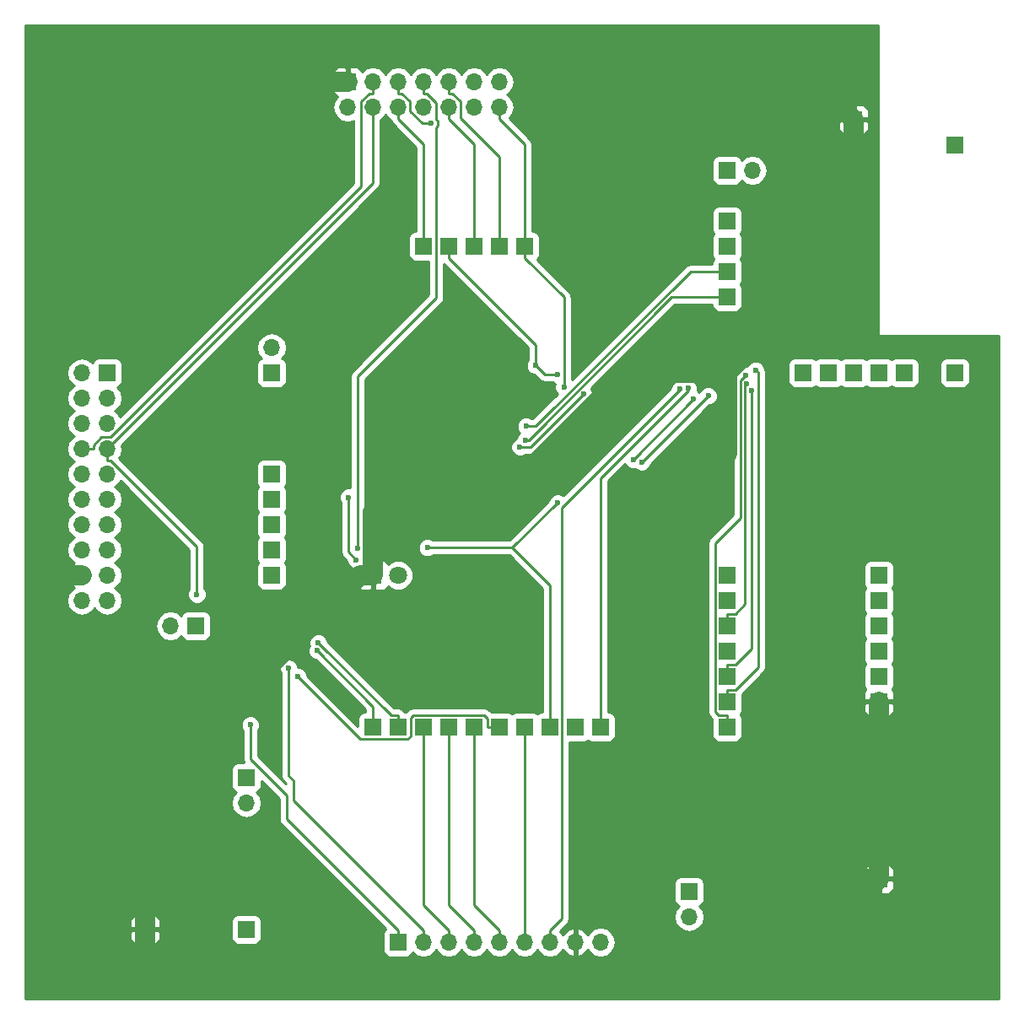
<source format=gbr>
G04 #@! TF.FileFunction,Copper,L2,Bot,Signal*
%FSLAX46Y46*%
G04 Gerber Fmt 4.6, Leading zero omitted, Abs format (unit mm)*
G04 Created by KiCad (PCBNEW 4.0.6) date Sun Jun 18 22:19:01 2017*
%MOMM*%
%LPD*%
G01*
G04 APERTURE LIST*
%ADD10C,0.100000*%
%ADD11R,1.800000X1.800000*%
%ADD12C,1.800000*%
%ADD13R,1.700000X1.700000*%
%ADD14O,1.700000X1.700000*%
%ADD15C,0.600000*%
%ADD16C,0.250000*%
%ADD17C,2.000000*%
%ADD18C,0.254000*%
G04 APERTURE END LIST*
D10*
D11*
X86360000Y-91440000D03*
D12*
X88900000Y-91440000D03*
D13*
X76200000Y-88900000D03*
X76200000Y-91440000D03*
X88900000Y-106680000D03*
X91440000Y-106680000D03*
X93980000Y-106680000D03*
X96520000Y-106680000D03*
X99060000Y-106680000D03*
X101600000Y-106680000D03*
X104140000Y-106680000D03*
X101600000Y-58420000D03*
X93980000Y-58420000D03*
X91440000Y-58420000D03*
X109220000Y-106680000D03*
X121920000Y-106680000D03*
X121920000Y-104140000D03*
X76200000Y-81280000D03*
X76200000Y-83820000D03*
X76200000Y-86360000D03*
X121920000Y-99060000D03*
X121920000Y-101600000D03*
X106680000Y-106680000D03*
X96520000Y-58420000D03*
X99060000Y-58420000D03*
X121920000Y-96520000D03*
X137160000Y-93980000D03*
X137160000Y-104140000D03*
X132080000Y-71120000D03*
X121920000Y-55880000D03*
X121920000Y-58420000D03*
X121920000Y-60960000D03*
X129540000Y-71120000D03*
X134620000Y-71120000D03*
X144780000Y-71120000D03*
X144780000Y-48260000D03*
X139700000Y-71120000D03*
X137160000Y-71120000D03*
X83820000Y-41910000D03*
D14*
X83820000Y-44450000D03*
X86360000Y-41910000D03*
X86360000Y-44450000D03*
X88900000Y-41910000D03*
X88900000Y-44450000D03*
X91440000Y-41910000D03*
X91440000Y-44450000D03*
X93980000Y-41910000D03*
X93980000Y-44450000D03*
X96520000Y-41910000D03*
X96520000Y-44450000D03*
X99060000Y-41910000D03*
X99060000Y-44450000D03*
D13*
X118110000Y-123190000D03*
D14*
X118110000Y-125730000D03*
D13*
X88900000Y-128270000D03*
D14*
X91440000Y-128270000D03*
X93980000Y-128270000D03*
X96520000Y-128270000D03*
X99060000Y-128270000D03*
X101600000Y-128270000D03*
X104140000Y-128270000D03*
X106680000Y-128270000D03*
X109220000Y-128270000D03*
D13*
X76200000Y-71120000D03*
D14*
X76200000Y-68580000D03*
D13*
X137160000Y-96520000D03*
X137160000Y-99060000D03*
X137160000Y-101600000D03*
X137160000Y-121920000D03*
X73660000Y-127000000D03*
X63500000Y-127000000D03*
X134620000Y-45720000D03*
X59690000Y-71120000D03*
D14*
X57150000Y-71120000D03*
X59690000Y-73660000D03*
X57150000Y-73660000D03*
X59690000Y-76200000D03*
X57150000Y-76200000D03*
X59690000Y-78740000D03*
X57150000Y-78740000D03*
X59690000Y-81280000D03*
X57150000Y-81280000D03*
X59690000Y-83820000D03*
X57150000Y-83820000D03*
X59690000Y-86360000D03*
X57150000Y-86360000D03*
X59690000Y-88900000D03*
X57150000Y-88900000D03*
X59690000Y-91440000D03*
X57150000Y-91440000D03*
X59690000Y-93980000D03*
X57150000Y-93980000D03*
D13*
X68580000Y-96520000D03*
D14*
X66040000Y-96520000D03*
D13*
X73660000Y-111760000D03*
D14*
X73660000Y-114300000D03*
D13*
X121920000Y-63500000D03*
X121920000Y-50800000D03*
D14*
X124460000Y-50800000D03*
D13*
X137160000Y-91440000D03*
X86360000Y-106680000D03*
X121920000Y-93980000D03*
X121920000Y-91440000D03*
D15*
X97536000Y-67564000D03*
X92202000Y-79502000D03*
X110744000Y-88138000D03*
X114046000Y-73914000D03*
X93472000Y-67564000D03*
X88392000Y-75946000D03*
X88392000Y-73406000D03*
X107011300Y-76274100D03*
X98988900Y-65994600D03*
X80762400Y-99011500D03*
X80882800Y-98208600D03*
X78859500Y-101640000D03*
X84854400Y-88726500D03*
X91831500Y-88674000D03*
X104889800Y-84152500D03*
X105537600Y-72574200D03*
X117202000Y-72724600D03*
X104882900Y-71299600D03*
X102685600Y-70384200D03*
X118015400Y-72651800D03*
X123816800Y-71345500D03*
X124794700Y-70848300D03*
X101731900Y-76490100D03*
X101685600Y-77855000D03*
X68702100Y-93361900D03*
X74065100Y-106458300D03*
X92221200Y-46091400D03*
X124369100Y-72885100D03*
X77913900Y-100765100D03*
X123886500Y-72224400D03*
X118549700Y-73763500D03*
X112493800Y-79819400D03*
X120013700Y-73445600D03*
X113352800Y-80065500D03*
X83919400Y-83611000D03*
X84703000Y-89877100D03*
X101129200Y-78580200D03*
X107528500Y-73223600D03*
D16*
X97536000Y-67564000D02*
X93472000Y-67564000D01*
X92202000Y-79502000D02*
X92202000Y-82550000D01*
X110998000Y-88392000D02*
X112776000Y-88392000D01*
X110744000Y-88138000D02*
X110998000Y-88392000D01*
D17*
X126492000Y-121920000D02*
X137160000Y-121920000D01*
X116078000Y-111506000D02*
X126492000Y-121920000D01*
X116078000Y-103632000D02*
X116078000Y-111506000D01*
X112776000Y-100330000D02*
X116078000Y-103632000D01*
X112776000Y-88392000D02*
X112776000Y-100330000D01*
X121920000Y-79248000D02*
X112776000Y-88392000D01*
X121920000Y-71120000D02*
X121920000Y-79248000D01*
D16*
X114046000Y-73914000D02*
X114046000Y-71120000D01*
X86614000Y-71120000D02*
X86614000Y-73660000D01*
X90170000Y-67564000D02*
X86614000Y-71120000D01*
X93472000Y-67564000D02*
X90170000Y-67564000D01*
X88138000Y-76200000D02*
X86614000Y-76200000D01*
X88392000Y-75946000D02*
X88138000Y-76200000D01*
X87884000Y-73914000D02*
X86614000Y-73914000D01*
X88392000Y-73406000D02*
X87884000Y-73914000D01*
D17*
X137160000Y-121920000D02*
X137160000Y-104140000D01*
X134620000Y-58420000D02*
X134620000Y-45720000D01*
X121920000Y-71120000D02*
X134620000Y-58420000D01*
X85090000Y-91440000D02*
X86360000Y-91440000D01*
X67310000Y-109220000D02*
X85090000Y-91440000D01*
X63500000Y-109220000D02*
X67310000Y-109220000D01*
X127000000Y-38100000D02*
X134620000Y-45720000D01*
X80010000Y-38100000D02*
X127000000Y-38100000D01*
X76200000Y-41910000D02*
X80010000Y-38100000D01*
X76200000Y-41910000D02*
X83820000Y-41910000D01*
X53340000Y-64770000D02*
X76200000Y-41910000D01*
X53340000Y-91440000D02*
X53340000Y-64770000D01*
X63500000Y-127000000D02*
X63500000Y-109220000D01*
X53340000Y-91440000D02*
X57150000Y-91440000D01*
X53340000Y-99060000D02*
X53340000Y-91440000D01*
X63500000Y-109220000D02*
X53340000Y-99060000D01*
X88900000Y-82550000D02*
X89154000Y-82550000D01*
X86360000Y-85090000D02*
X88900000Y-82550000D01*
X86360000Y-91440000D02*
X86360000Y-85090000D01*
X89154000Y-82550000D02*
X92202000Y-82550000D01*
X114046000Y-71120000D02*
X121920000Y-71120000D01*
X86614000Y-80010000D02*
X89154000Y-82550000D01*
X86614000Y-76200000D02*
X86614000Y-80010000D01*
X86614000Y-73914000D02*
X86614000Y-76200000D01*
D16*
X86614000Y-73914000D02*
X86614000Y-73660000D01*
X106680000Y-132080000D02*
X106680000Y-128270000D01*
D17*
X64770000Y-132080000D02*
X106680000Y-132080000D01*
X63500000Y-130810000D02*
X64770000Y-132080000D01*
X63500000Y-127000000D02*
X63500000Y-130810000D01*
X127000000Y-132080000D02*
X137160000Y-121920000D01*
X106680000Y-132080000D02*
X127000000Y-132080000D01*
X100330000Y-82550000D02*
X107011300Y-75868700D01*
X92202000Y-82550000D02*
X100330000Y-82550000D01*
X111760000Y-71120000D02*
X114046000Y-71120000D01*
X107011300Y-75868700D02*
X111760000Y-71120000D01*
D16*
X107011300Y-75868700D02*
X107011300Y-76274100D01*
X98988900Y-66111100D02*
X98988900Y-65994600D01*
X97536000Y-67564000D02*
X98988900Y-66111100D01*
X86360000Y-104609100D02*
X80762400Y-99011500D01*
X86360000Y-106680000D02*
X86360000Y-104609100D01*
X88178900Y-105504700D02*
X88900000Y-105504700D01*
X80882800Y-98208600D02*
X88178900Y-105504700D01*
X88900000Y-106680000D02*
X88900000Y-105504700D01*
X91440000Y-124554700D02*
X91440000Y-106680000D01*
X93980000Y-127094700D02*
X91440000Y-124554700D01*
X93980000Y-128270000D02*
X93980000Y-127094700D01*
X93980000Y-124554700D02*
X93980000Y-106680000D01*
X96520000Y-127094700D02*
X93980000Y-124554700D01*
X96520000Y-128270000D02*
X96520000Y-127094700D01*
X96520000Y-124554700D02*
X96520000Y-106680000D01*
X99060000Y-127094700D02*
X96520000Y-124554700D01*
X99060000Y-128270000D02*
X99060000Y-127094700D01*
X97884700Y-105871900D02*
X97884700Y-106680000D01*
X97517500Y-105504700D02*
X97884700Y-105871900D01*
X90389200Y-105504700D02*
X97517500Y-105504700D01*
X90125400Y-105768500D02*
X90389200Y-105504700D01*
X90125400Y-107615500D02*
X90125400Y-105768500D01*
X89850300Y-107890600D02*
X90125400Y-107615500D01*
X85110100Y-107890600D02*
X89850300Y-107890600D01*
X78859500Y-101640000D02*
X85110100Y-107890600D01*
X99060000Y-106680000D02*
X97884700Y-106680000D01*
X101600000Y-128270000D02*
X101600000Y-106680000D01*
X104140000Y-106680000D02*
X104140000Y-105504700D01*
X91440000Y-41910000D02*
X91440000Y-43085300D01*
X100368300Y-88674000D02*
X104889800Y-84152500D01*
X91831500Y-88674000D02*
X100368300Y-88674000D01*
X104140000Y-92445700D02*
X104140000Y-105504700D01*
X100368300Y-88674000D02*
X104140000Y-92445700D01*
X91807300Y-43085300D02*
X91440000Y-43085300D01*
X92742300Y-44020300D02*
X91807300Y-43085300D01*
X92742300Y-45728100D02*
X92742300Y-44020300D01*
X92846500Y-45832300D02*
X92742300Y-45728100D01*
X92846500Y-46350500D02*
X92846500Y-45832300D01*
X92742300Y-46454700D02*
X92846500Y-46350500D01*
X92742300Y-63582300D02*
X92742300Y-46454700D01*
X84854400Y-71470200D02*
X92742300Y-63582300D01*
X84854400Y-88726500D02*
X84854400Y-71470200D01*
X99060000Y-44450000D02*
X99060000Y-45625300D01*
X101600000Y-48165300D02*
X101600000Y-58420000D01*
X99060000Y-45625300D02*
X101600000Y-48165300D01*
X101600000Y-58420000D02*
X101600000Y-59595300D01*
X105537600Y-63532900D02*
X105537600Y-72574200D01*
X101600000Y-59595300D02*
X105537600Y-63532900D01*
X93980000Y-58420000D02*
X93980000Y-59595300D01*
X117202000Y-72807700D02*
X117202000Y-72724600D01*
X105315300Y-84694400D02*
X117202000Y-72807700D01*
X105315300Y-125919400D02*
X105315300Y-84694400D01*
X104140000Y-127094700D02*
X105315300Y-125919400D01*
X104140000Y-128270000D02*
X104140000Y-127094700D01*
X103601000Y-71299600D02*
X102685600Y-70384200D01*
X104882900Y-71299600D02*
X103601000Y-71299600D01*
X102685600Y-68300900D02*
X93980000Y-59595300D01*
X102685600Y-70384200D02*
X102685600Y-68300900D01*
X88900000Y-44450000D02*
X88900000Y-45625300D01*
X91440000Y-48165300D02*
X91440000Y-58420000D01*
X88900000Y-45625300D02*
X91440000Y-48165300D01*
X118015400Y-72878700D02*
X118015400Y-72651800D01*
X109220000Y-81674100D02*
X118015400Y-72878700D01*
X109220000Y-106680000D02*
X109220000Y-81674100D01*
X121111900Y-105504700D02*
X121920000Y-105504700D01*
X120744700Y-105137500D02*
X121111900Y-105504700D01*
X120744700Y-88193100D02*
X120744700Y-105137500D01*
X123259500Y-85678300D02*
X120744700Y-88193100D01*
X123259500Y-71902800D02*
X123259500Y-85678300D01*
X123816800Y-71345500D02*
X123259500Y-71902800D01*
X121920000Y-106680000D02*
X121920000Y-105504700D01*
X121920000Y-104140000D02*
X121920000Y-102964700D01*
X125020000Y-71073600D02*
X124794700Y-70848300D01*
X125020000Y-100672700D02*
X125020000Y-71073600D01*
X122728000Y-102964700D02*
X125020000Y-100672700D01*
X121920000Y-102964700D02*
X122728000Y-102964700D01*
X121920000Y-60960000D02*
X120744700Y-60960000D01*
X118244000Y-60960000D02*
X120744700Y-60960000D01*
X102713900Y-76490100D02*
X118244000Y-60960000D01*
X101731900Y-76490100D02*
X102713900Y-76490100D01*
X121920000Y-63500000D02*
X120744700Y-63500000D01*
X116341000Y-63500000D02*
X120744700Y-63500000D01*
X101986000Y-77855000D02*
X116341000Y-63500000D01*
X101685600Y-77855000D02*
X101986000Y-77855000D01*
X86360000Y-52070000D02*
X86360000Y-44450000D01*
X59690000Y-78740000D02*
X86360000Y-52070000D01*
X77688800Y-115883500D02*
X88900000Y-127094700D01*
X77688800Y-113530200D02*
X77688800Y-115883500D01*
X74065100Y-109906500D02*
X77688800Y-113530200D01*
X74065100Y-106458300D02*
X74065100Y-109906500D01*
X88900000Y-128270000D02*
X88900000Y-127094700D01*
X68702100Y-88560100D02*
X68702100Y-93361900D01*
X60057300Y-79915300D02*
X68702100Y-88560100D01*
X59690000Y-79915300D02*
X60057300Y-79915300D01*
X59690000Y-78740000D02*
X59690000Y-79915300D01*
X91329500Y-46091400D02*
X92221200Y-46091400D01*
X90075300Y-44837200D02*
X91329500Y-46091400D01*
X90075300Y-43893200D02*
X90075300Y-44837200D01*
X89267400Y-43085300D02*
X90075300Y-43893200D01*
X88900000Y-43085300D02*
X89267400Y-43085300D01*
X124369100Y-98783600D02*
X124369100Y-72885100D01*
X122728000Y-100424700D02*
X124369100Y-98783600D01*
X121920000Y-100424700D02*
X122728000Y-100424700D01*
X121920000Y-101600000D02*
X121920000Y-100424700D01*
X88900000Y-41910000D02*
X88900000Y-43085300D01*
X91440000Y-128270000D02*
X91440000Y-127094700D01*
X85992600Y-43085300D02*
X86360000Y-43085300D01*
X85184700Y-43893200D02*
X85992600Y-43085300D01*
X85184700Y-52370500D02*
X85184700Y-43893200D01*
X59990500Y-77564700D02*
X85184700Y-52370500D01*
X59133200Y-77564700D02*
X59990500Y-77564700D01*
X58325300Y-78372600D02*
X59133200Y-77564700D01*
X58325300Y-78740000D02*
X58325300Y-78372600D01*
X57150000Y-78740000D02*
X58325300Y-78740000D01*
X86360000Y-41910000D02*
X86360000Y-43085300D01*
X78364200Y-114018900D02*
X91440000Y-127094700D01*
X78364200Y-112049300D02*
X78364200Y-114018900D01*
X77913900Y-111599000D02*
X78364200Y-112049300D01*
X77913900Y-100765100D02*
X77913900Y-111599000D01*
X93980000Y-44450000D02*
X93980000Y-45625300D01*
X96520000Y-48165300D02*
X96520000Y-58420000D01*
X93980000Y-45625300D02*
X96520000Y-48165300D01*
X99060000Y-49435400D02*
X99060000Y-57244700D01*
X95155300Y-45530700D02*
X99060000Y-49435400D01*
X95155300Y-43893200D02*
X95155300Y-45530700D01*
X94347400Y-43085300D02*
X95155300Y-43893200D01*
X93980000Y-43085300D02*
X94347400Y-43085300D01*
X93980000Y-41910000D02*
X93980000Y-43085300D01*
X99060000Y-58420000D02*
X99060000Y-57244700D01*
X121920000Y-96520000D02*
X121920000Y-95344700D01*
X122728000Y-95344700D02*
X121920000Y-95344700D01*
X123723700Y-94349000D02*
X122728000Y-95344700D01*
X123723700Y-72387200D02*
X123723700Y-94349000D01*
X123886500Y-72224400D02*
X123723700Y-72387200D01*
X118549700Y-73763500D02*
X112493800Y-79819400D01*
X113393800Y-80065500D02*
X120013700Y-73445600D01*
X113352800Y-80065500D02*
X113393800Y-80065500D01*
X83919400Y-89093500D02*
X84703000Y-89877100D01*
X83919400Y-83611000D02*
X83919400Y-89093500D01*
X102171900Y-78580200D02*
X107528500Y-73223600D01*
X101129200Y-78580200D02*
X102171900Y-78580200D01*
D18*
G36*
X137033000Y-67310000D02*
X137043006Y-67359410D01*
X137071447Y-67401035D01*
X137113841Y-67428315D01*
X137160000Y-67437000D01*
X149150000Y-67437000D01*
X149150000Y-133910000D01*
X51510000Y-133910000D01*
X51510000Y-127285750D01*
X62015000Y-127285750D01*
X62015000Y-127976310D01*
X62111673Y-128209699D01*
X62290302Y-128388327D01*
X62523691Y-128485000D01*
X63214250Y-128485000D01*
X63373000Y-128326250D01*
X63373000Y-127127000D01*
X63627000Y-127127000D01*
X63627000Y-128326250D01*
X63785750Y-128485000D01*
X64476309Y-128485000D01*
X64709698Y-128388327D01*
X64888327Y-128209699D01*
X64985000Y-127976310D01*
X64985000Y-127285750D01*
X64826250Y-127127000D01*
X63627000Y-127127000D01*
X63373000Y-127127000D01*
X62173750Y-127127000D01*
X62015000Y-127285750D01*
X51510000Y-127285750D01*
X51510000Y-126023690D01*
X62015000Y-126023690D01*
X62015000Y-126714250D01*
X62173750Y-126873000D01*
X63373000Y-126873000D01*
X63373000Y-125673750D01*
X63627000Y-125673750D01*
X63627000Y-126873000D01*
X64826250Y-126873000D01*
X64985000Y-126714250D01*
X64985000Y-126150000D01*
X72162560Y-126150000D01*
X72162560Y-127850000D01*
X72206838Y-128085317D01*
X72345910Y-128301441D01*
X72558110Y-128446431D01*
X72810000Y-128497440D01*
X74510000Y-128497440D01*
X74745317Y-128453162D01*
X74961441Y-128314090D01*
X75106431Y-128101890D01*
X75157440Y-127850000D01*
X75157440Y-126150000D01*
X75113162Y-125914683D01*
X74974090Y-125698559D01*
X74761890Y-125553569D01*
X74510000Y-125502560D01*
X72810000Y-125502560D01*
X72574683Y-125546838D01*
X72358559Y-125685910D01*
X72213569Y-125898110D01*
X72162560Y-126150000D01*
X64985000Y-126150000D01*
X64985000Y-126023690D01*
X64888327Y-125790301D01*
X64709698Y-125611673D01*
X64476309Y-125515000D01*
X63785750Y-125515000D01*
X63627000Y-125673750D01*
X63373000Y-125673750D01*
X63214250Y-125515000D01*
X62523691Y-125515000D01*
X62290302Y-125611673D01*
X62111673Y-125790301D01*
X62015000Y-126023690D01*
X51510000Y-126023690D01*
X51510000Y-114300000D01*
X72145907Y-114300000D01*
X72258946Y-114868285D01*
X72580853Y-115350054D01*
X73062622Y-115671961D01*
X73630907Y-115785000D01*
X73689093Y-115785000D01*
X74257378Y-115671961D01*
X74739147Y-115350054D01*
X75061054Y-114868285D01*
X75174093Y-114300000D01*
X75061054Y-113731715D01*
X74739147Y-113249946D01*
X74697548Y-113222150D01*
X74745317Y-113213162D01*
X74961441Y-113074090D01*
X75106431Y-112861890D01*
X75157440Y-112610000D01*
X75157440Y-112073642D01*
X76928800Y-113845002D01*
X76928800Y-115883500D01*
X76986652Y-116174339D01*
X77151399Y-116420901D01*
X87652012Y-126921514D01*
X87598559Y-126955910D01*
X87453569Y-127168110D01*
X87402560Y-127420000D01*
X87402560Y-129120000D01*
X87446838Y-129355317D01*
X87585910Y-129571441D01*
X87798110Y-129716431D01*
X88050000Y-129767440D01*
X89750000Y-129767440D01*
X89985317Y-129723162D01*
X90201441Y-129584090D01*
X90346431Y-129371890D01*
X90360086Y-129304459D01*
X90389946Y-129349147D01*
X90871715Y-129671054D01*
X91440000Y-129784093D01*
X92008285Y-129671054D01*
X92490054Y-129349147D01*
X92710000Y-129019974D01*
X92929946Y-129349147D01*
X93411715Y-129671054D01*
X93980000Y-129784093D01*
X94548285Y-129671054D01*
X95030054Y-129349147D01*
X95250000Y-129019974D01*
X95469946Y-129349147D01*
X95951715Y-129671054D01*
X96520000Y-129784093D01*
X97088285Y-129671054D01*
X97570054Y-129349147D01*
X97790000Y-129019974D01*
X98009946Y-129349147D01*
X98491715Y-129671054D01*
X99060000Y-129784093D01*
X99628285Y-129671054D01*
X100110054Y-129349147D01*
X100330000Y-129019974D01*
X100549946Y-129349147D01*
X101031715Y-129671054D01*
X101600000Y-129784093D01*
X102168285Y-129671054D01*
X102650054Y-129349147D01*
X102870000Y-129019974D01*
X103089946Y-129349147D01*
X103571715Y-129671054D01*
X104140000Y-129784093D01*
X104708285Y-129671054D01*
X105190054Y-129349147D01*
X105417702Y-129008447D01*
X105484817Y-129151358D01*
X105913076Y-129541645D01*
X106323110Y-129711476D01*
X106553000Y-129590155D01*
X106553000Y-128397000D01*
X106533000Y-128397000D01*
X106533000Y-128143000D01*
X106553000Y-128143000D01*
X106553000Y-126949845D01*
X106807000Y-126949845D01*
X106807000Y-128143000D01*
X106827000Y-128143000D01*
X106827000Y-128397000D01*
X106807000Y-128397000D01*
X106807000Y-129590155D01*
X107036890Y-129711476D01*
X107446924Y-129541645D01*
X107875183Y-129151358D01*
X107942298Y-129008447D01*
X108169946Y-129349147D01*
X108651715Y-129671054D01*
X109220000Y-129784093D01*
X109788285Y-129671054D01*
X110270054Y-129349147D01*
X110591961Y-128867378D01*
X110705000Y-128299093D01*
X110705000Y-128240907D01*
X110591961Y-127672622D01*
X110270054Y-127190853D01*
X109788285Y-126868946D01*
X109220000Y-126755907D01*
X108651715Y-126868946D01*
X108169946Y-127190853D01*
X107942298Y-127531553D01*
X107875183Y-127388642D01*
X107446924Y-126998355D01*
X107036890Y-126828524D01*
X106807000Y-126949845D01*
X106553000Y-126949845D01*
X106323110Y-126828524D01*
X105913076Y-126998355D01*
X105484817Y-127388642D01*
X105417702Y-127531553D01*
X105190054Y-127190853D01*
X105147250Y-127162252D01*
X105852701Y-126456801D01*
X106017448Y-126210240D01*
X106075300Y-125919400D01*
X106075300Y-125730000D01*
X116595907Y-125730000D01*
X116708946Y-126298285D01*
X117030853Y-126780054D01*
X117512622Y-127101961D01*
X118080907Y-127215000D01*
X118139093Y-127215000D01*
X118707378Y-127101961D01*
X119189147Y-126780054D01*
X119511054Y-126298285D01*
X119624093Y-125730000D01*
X119511054Y-125161715D01*
X119189147Y-124679946D01*
X119147548Y-124652150D01*
X119195317Y-124643162D01*
X119411441Y-124504090D01*
X119556431Y-124291890D01*
X119607440Y-124040000D01*
X119607440Y-122340000D01*
X119582180Y-122205750D01*
X135675000Y-122205750D01*
X135675000Y-122896310D01*
X135771673Y-123129699D01*
X135950302Y-123308327D01*
X136183691Y-123405000D01*
X136874250Y-123405000D01*
X137033000Y-123246250D01*
X137033000Y-122047000D01*
X137287000Y-122047000D01*
X137287000Y-123246250D01*
X137445750Y-123405000D01*
X138136309Y-123405000D01*
X138369698Y-123308327D01*
X138548327Y-123129699D01*
X138645000Y-122896310D01*
X138645000Y-122205750D01*
X138486250Y-122047000D01*
X137287000Y-122047000D01*
X137033000Y-122047000D01*
X135833750Y-122047000D01*
X135675000Y-122205750D01*
X119582180Y-122205750D01*
X119563162Y-122104683D01*
X119424090Y-121888559D01*
X119211890Y-121743569D01*
X118960000Y-121692560D01*
X117260000Y-121692560D01*
X117024683Y-121736838D01*
X116808559Y-121875910D01*
X116663569Y-122088110D01*
X116612560Y-122340000D01*
X116612560Y-124040000D01*
X116656838Y-124275317D01*
X116795910Y-124491441D01*
X117008110Y-124636431D01*
X117075541Y-124650086D01*
X117030853Y-124679946D01*
X116708946Y-125161715D01*
X116595907Y-125730000D01*
X106075300Y-125730000D01*
X106075300Y-120943690D01*
X135675000Y-120943690D01*
X135675000Y-121634250D01*
X135833750Y-121793000D01*
X137033000Y-121793000D01*
X137033000Y-120593750D01*
X137287000Y-120593750D01*
X137287000Y-121793000D01*
X138486250Y-121793000D01*
X138645000Y-121634250D01*
X138645000Y-120943690D01*
X138548327Y-120710301D01*
X138369698Y-120531673D01*
X138136309Y-120435000D01*
X137445750Y-120435000D01*
X137287000Y-120593750D01*
X137033000Y-120593750D01*
X136874250Y-120435000D01*
X136183691Y-120435000D01*
X135950302Y-120531673D01*
X135771673Y-120710301D01*
X135675000Y-120943690D01*
X106075300Y-120943690D01*
X106075300Y-108177440D01*
X107530000Y-108177440D01*
X107765317Y-108133162D01*
X107952077Y-108012985D01*
X108118110Y-108126431D01*
X108370000Y-108177440D01*
X110070000Y-108177440D01*
X110305317Y-108133162D01*
X110521441Y-107994090D01*
X110666431Y-107781890D01*
X110717440Y-107530000D01*
X110717440Y-105830000D01*
X110673162Y-105594683D01*
X110534090Y-105378559D01*
X110321890Y-105233569D01*
X110070000Y-105182560D01*
X109980000Y-105182560D01*
X109980000Y-88193100D01*
X119984700Y-88193100D01*
X119984700Y-105137500D01*
X120042552Y-105428339D01*
X120207299Y-105674901D01*
X120422560Y-105890162D01*
X120422560Y-107530000D01*
X120466838Y-107765317D01*
X120605910Y-107981441D01*
X120818110Y-108126431D01*
X121070000Y-108177440D01*
X122770000Y-108177440D01*
X123005317Y-108133162D01*
X123221441Y-107994090D01*
X123366431Y-107781890D01*
X123417440Y-107530000D01*
X123417440Y-105830000D01*
X123373162Y-105594683D01*
X123252985Y-105407923D01*
X123366431Y-105241890D01*
X123417440Y-104990000D01*
X123417440Y-104425750D01*
X135675000Y-104425750D01*
X135675000Y-105116310D01*
X135771673Y-105349699D01*
X135950302Y-105528327D01*
X136183691Y-105625000D01*
X136874250Y-105625000D01*
X137033000Y-105466250D01*
X137033000Y-104267000D01*
X137287000Y-104267000D01*
X137287000Y-105466250D01*
X137445750Y-105625000D01*
X138136309Y-105625000D01*
X138369698Y-105528327D01*
X138548327Y-105349699D01*
X138645000Y-105116310D01*
X138645000Y-104425750D01*
X138486250Y-104267000D01*
X137287000Y-104267000D01*
X137033000Y-104267000D01*
X135833750Y-104267000D01*
X135675000Y-104425750D01*
X123417440Y-104425750D01*
X123417440Y-103350062D01*
X125557401Y-101210101D01*
X125722147Y-100963540D01*
X125722148Y-100963539D01*
X125780000Y-100672700D01*
X125780000Y-90590000D01*
X135662560Y-90590000D01*
X135662560Y-92290000D01*
X135706838Y-92525317D01*
X135827015Y-92712077D01*
X135713569Y-92878110D01*
X135662560Y-93130000D01*
X135662560Y-94830000D01*
X135706838Y-95065317D01*
X135827015Y-95252077D01*
X135713569Y-95418110D01*
X135662560Y-95670000D01*
X135662560Y-97370000D01*
X135706838Y-97605317D01*
X135827015Y-97792077D01*
X135713569Y-97958110D01*
X135662560Y-98210000D01*
X135662560Y-99910000D01*
X135706838Y-100145317D01*
X135827015Y-100332077D01*
X135713569Y-100498110D01*
X135662560Y-100750000D01*
X135662560Y-102450000D01*
X135706838Y-102685317D01*
X135828143Y-102873831D01*
X135771673Y-102930301D01*
X135675000Y-103163690D01*
X135675000Y-103854250D01*
X135833750Y-104013000D01*
X137033000Y-104013000D01*
X137033000Y-103993000D01*
X137287000Y-103993000D01*
X137287000Y-104013000D01*
X138486250Y-104013000D01*
X138645000Y-103854250D01*
X138645000Y-103163690D01*
X138548327Y-102930301D01*
X138490129Y-102872103D01*
X138606431Y-102701890D01*
X138657440Y-102450000D01*
X138657440Y-100750000D01*
X138613162Y-100514683D01*
X138492985Y-100327923D01*
X138606431Y-100161890D01*
X138657440Y-99910000D01*
X138657440Y-98210000D01*
X138613162Y-97974683D01*
X138492985Y-97787923D01*
X138606431Y-97621890D01*
X138657440Y-97370000D01*
X138657440Y-95670000D01*
X138613162Y-95434683D01*
X138492985Y-95247923D01*
X138606431Y-95081890D01*
X138657440Y-94830000D01*
X138657440Y-93130000D01*
X138613162Y-92894683D01*
X138492985Y-92707923D01*
X138606431Y-92541890D01*
X138657440Y-92290000D01*
X138657440Y-90590000D01*
X138613162Y-90354683D01*
X138474090Y-90138559D01*
X138261890Y-89993569D01*
X138010000Y-89942560D01*
X136310000Y-89942560D01*
X136074683Y-89986838D01*
X135858559Y-90125910D01*
X135713569Y-90338110D01*
X135662560Y-90590000D01*
X125780000Y-90590000D01*
X125780000Y-71073600D01*
X125729725Y-70820851D01*
X125729862Y-70663133D01*
X125587817Y-70319357D01*
X125538547Y-70270000D01*
X128042560Y-70270000D01*
X128042560Y-71970000D01*
X128086838Y-72205317D01*
X128225910Y-72421441D01*
X128438110Y-72566431D01*
X128690000Y-72617440D01*
X130390000Y-72617440D01*
X130625317Y-72573162D01*
X130812077Y-72452985D01*
X130978110Y-72566431D01*
X131230000Y-72617440D01*
X132930000Y-72617440D01*
X133165317Y-72573162D01*
X133352077Y-72452985D01*
X133518110Y-72566431D01*
X133770000Y-72617440D01*
X135470000Y-72617440D01*
X135705317Y-72573162D01*
X135892077Y-72452985D01*
X136058110Y-72566431D01*
X136310000Y-72617440D01*
X138010000Y-72617440D01*
X138245317Y-72573162D01*
X138432077Y-72452985D01*
X138598110Y-72566431D01*
X138850000Y-72617440D01*
X140550000Y-72617440D01*
X140785317Y-72573162D01*
X141001441Y-72434090D01*
X141146431Y-72221890D01*
X141197440Y-71970000D01*
X141197440Y-70270000D01*
X143282560Y-70270000D01*
X143282560Y-71970000D01*
X143326838Y-72205317D01*
X143465910Y-72421441D01*
X143678110Y-72566431D01*
X143930000Y-72617440D01*
X145630000Y-72617440D01*
X145865317Y-72573162D01*
X146081441Y-72434090D01*
X146226431Y-72221890D01*
X146277440Y-71970000D01*
X146277440Y-70270000D01*
X146233162Y-70034683D01*
X146094090Y-69818559D01*
X145881890Y-69673569D01*
X145630000Y-69622560D01*
X143930000Y-69622560D01*
X143694683Y-69666838D01*
X143478559Y-69805910D01*
X143333569Y-70018110D01*
X143282560Y-70270000D01*
X141197440Y-70270000D01*
X141153162Y-70034683D01*
X141014090Y-69818559D01*
X140801890Y-69673569D01*
X140550000Y-69622560D01*
X138850000Y-69622560D01*
X138614683Y-69666838D01*
X138427923Y-69787015D01*
X138261890Y-69673569D01*
X138010000Y-69622560D01*
X136310000Y-69622560D01*
X136074683Y-69666838D01*
X135887923Y-69787015D01*
X135721890Y-69673569D01*
X135470000Y-69622560D01*
X133770000Y-69622560D01*
X133534683Y-69666838D01*
X133347923Y-69787015D01*
X133181890Y-69673569D01*
X132930000Y-69622560D01*
X131230000Y-69622560D01*
X130994683Y-69666838D01*
X130807923Y-69787015D01*
X130641890Y-69673569D01*
X130390000Y-69622560D01*
X128690000Y-69622560D01*
X128454683Y-69666838D01*
X128238559Y-69805910D01*
X128093569Y-70018110D01*
X128042560Y-70270000D01*
X125538547Y-70270000D01*
X125325027Y-70056108D01*
X124981499Y-69913462D01*
X124609533Y-69913138D01*
X124265757Y-70055183D01*
X124002508Y-70317973D01*
X123964034Y-70410628D01*
X123631633Y-70410338D01*
X123287857Y-70552383D01*
X123024608Y-70815173D01*
X122881962Y-71158701D01*
X122881921Y-71205577D01*
X122722099Y-71365399D01*
X122557352Y-71611961D01*
X122499500Y-71902800D01*
X122499500Y-85363498D01*
X120207299Y-87655699D01*
X120042552Y-87902261D01*
X119984700Y-88193100D01*
X109980000Y-88193100D01*
X109980000Y-81988902D01*
X111677256Y-80291646D01*
X111700683Y-80348343D01*
X111963473Y-80611592D01*
X112307001Y-80754238D01*
X112678967Y-80754562D01*
X112707680Y-80742698D01*
X112822473Y-80857692D01*
X113166001Y-81000338D01*
X113537967Y-81000662D01*
X113881743Y-80858617D01*
X114144992Y-80595827D01*
X114287638Y-80252299D01*
X114287643Y-80246459D01*
X120153380Y-74380722D01*
X120198867Y-74380762D01*
X120542643Y-74238717D01*
X120805892Y-73975927D01*
X120948538Y-73632399D01*
X120948862Y-73260433D01*
X120806817Y-72916657D01*
X120544027Y-72653408D01*
X120200499Y-72510762D01*
X119828533Y-72510438D01*
X119484757Y-72652483D01*
X119221508Y-72915273D01*
X119163513Y-73054940D01*
X119080027Y-72971308D01*
X118922324Y-72905824D01*
X118950238Y-72838599D01*
X118950562Y-72466633D01*
X118808517Y-72122857D01*
X118545727Y-71859608D01*
X118202199Y-71716962D01*
X117830233Y-71716638D01*
X117520702Y-71844533D01*
X117388799Y-71789762D01*
X117016833Y-71789438D01*
X116673057Y-71931483D01*
X116409808Y-72194273D01*
X116267162Y-72537801D01*
X116267049Y-72667849D01*
X105497291Y-83437607D01*
X105420127Y-83360308D01*
X105076599Y-83217662D01*
X104704633Y-83217338D01*
X104360857Y-83359383D01*
X104097608Y-83622173D01*
X103954962Y-83965701D01*
X103954921Y-84012577D01*
X100053498Y-87914000D01*
X92393963Y-87914000D01*
X92361827Y-87881808D01*
X92018299Y-87739162D01*
X91646333Y-87738838D01*
X91302557Y-87880883D01*
X91039308Y-88143673D01*
X90896662Y-88487201D01*
X90896338Y-88859167D01*
X91038383Y-89202943D01*
X91301173Y-89466192D01*
X91644701Y-89608838D01*
X92016667Y-89609162D01*
X92360443Y-89467117D01*
X92393618Y-89434000D01*
X100053498Y-89434000D01*
X103380000Y-92760502D01*
X103380000Y-105182560D01*
X103290000Y-105182560D01*
X103054683Y-105226838D01*
X102867923Y-105347015D01*
X102701890Y-105233569D01*
X102450000Y-105182560D01*
X100750000Y-105182560D01*
X100514683Y-105226838D01*
X100327923Y-105347015D01*
X100161890Y-105233569D01*
X99910000Y-105182560D01*
X98270162Y-105182560D01*
X98054901Y-104967299D01*
X97808339Y-104802552D01*
X97517500Y-104744700D01*
X90389200Y-104744700D01*
X90098361Y-104802552D01*
X89851799Y-104967299D01*
X89636538Y-105182560D01*
X89581233Y-105182560D01*
X89437401Y-104967299D01*
X89190839Y-104802552D01*
X88900000Y-104744700D01*
X88493702Y-104744700D01*
X81817922Y-98068920D01*
X81817962Y-98023433D01*
X81675917Y-97679657D01*
X81413127Y-97416408D01*
X81069599Y-97273762D01*
X80697633Y-97273438D01*
X80353857Y-97415483D01*
X80090608Y-97678273D01*
X79947962Y-98021801D01*
X79947638Y-98393767D01*
X79979798Y-98471600D01*
X79970208Y-98481173D01*
X79827562Y-98824701D01*
X79827238Y-99196667D01*
X79969283Y-99540443D01*
X80232073Y-99803692D01*
X80575601Y-99946338D01*
X80622477Y-99946379D01*
X85600000Y-104923902D01*
X85600000Y-105182560D01*
X85510000Y-105182560D01*
X85274683Y-105226838D01*
X85058559Y-105365910D01*
X84913569Y-105578110D01*
X84862560Y-105830000D01*
X84862560Y-106568258D01*
X79794622Y-101500320D01*
X79794662Y-101454833D01*
X79652617Y-101111057D01*
X79389827Y-100847808D01*
X79046299Y-100705162D01*
X78848953Y-100704990D01*
X78849062Y-100579933D01*
X78707017Y-100236157D01*
X78444227Y-99972908D01*
X78100699Y-99830262D01*
X77728733Y-99829938D01*
X77384957Y-99971983D01*
X77121708Y-100234773D01*
X76979062Y-100578301D01*
X76978738Y-100950267D01*
X77120783Y-101294043D01*
X77153900Y-101327218D01*
X77153900Y-111599000D01*
X77211752Y-111889839D01*
X77376499Y-112136401D01*
X77604200Y-112364102D01*
X77604200Y-112370798D01*
X74825100Y-109591698D01*
X74825100Y-107020763D01*
X74857292Y-106988627D01*
X74999938Y-106645099D01*
X75000262Y-106273133D01*
X74858217Y-105929357D01*
X74595427Y-105666108D01*
X74251899Y-105523462D01*
X73879933Y-105523138D01*
X73536157Y-105665183D01*
X73272908Y-105927973D01*
X73130262Y-106271501D01*
X73129938Y-106643467D01*
X73271983Y-106987243D01*
X73305100Y-107020418D01*
X73305100Y-109906500D01*
X73362952Y-110197339D01*
X73406531Y-110262560D01*
X72810000Y-110262560D01*
X72574683Y-110306838D01*
X72358559Y-110445910D01*
X72213569Y-110658110D01*
X72162560Y-110910000D01*
X72162560Y-112610000D01*
X72206838Y-112845317D01*
X72345910Y-113061441D01*
X72558110Y-113206431D01*
X72625541Y-113220086D01*
X72580853Y-113249946D01*
X72258946Y-113731715D01*
X72145907Y-114300000D01*
X51510000Y-114300000D01*
X51510000Y-96490907D01*
X64555000Y-96490907D01*
X64555000Y-96549093D01*
X64668039Y-97117378D01*
X64989946Y-97599147D01*
X65471715Y-97921054D01*
X66040000Y-98034093D01*
X66608285Y-97921054D01*
X67090054Y-97599147D01*
X67117850Y-97557548D01*
X67126838Y-97605317D01*
X67265910Y-97821441D01*
X67478110Y-97966431D01*
X67730000Y-98017440D01*
X69430000Y-98017440D01*
X69665317Y-97973162D01*
X69881441Y-97834090D01*
X70026431Y-97621890D01*
X70077440Y-97370000D01*
X70077440Y-95670000D01*
X70033162Y-95434683D01*
X69894090Y-95218559D01*
X69681890Y-95073569D01*
X69430000Y-95022560D01*
X67730000Y-95022560D01*
X67494683Y-95066838D01*
X67278559Y-95205910D01*
X67133569Y-95418110D01*
X67119914Y-95485541D01*
X67090054Y-95440853D01*
X66608285Y-95118946D01*
X66040000Y-95005907D01*
X65471715Y-95118946D01*
X64989946Y-95440853D01*
X64668039Y-95922622D01*
X64555000Y-96490907D01*
X51510000Y-96490907D01*
X51510000Y-71120000D01*
X55635907Y-71120000D01*
X55748946Y-71688285D01*
X56070853Y-72170054D01*
X56400026Y-72390000D01*
X56070853Y-72609946D01*
X55748946Y-73091715D01*
X55635907Y-73660000D01*
X55748946Y-74228285D01*
X56070853Y-74710054D01*
X56400026Y-74930000D01*
X56070853Y-75149946D01*
X55748946Y-75631715D01*
X55635907Y-76200000D01*
X55748946Y-76768285D01*
X56070853Y-77250054D01*
X56400026Y-77470000D01*
X56070853Y-77689946D01*
X55748946Y-78171715D01*
X55635907Y-78740000D01*
X55748946Y-79308285D01*
X56070853Y-79790054D01*
X56400026Y-80010000D01*
X56070853Y-80229946D01*
X55748946Y-80711715D01*
X55635907Y-81280000D01*
X55748946Y-81848285D01*
X56070853Y-82330054D01*
X56400026Y-82550000D01*
X56070853Y-82769946D01*
X55748946Y-83251715D01*
X55635907Y-83820000D01*
X55748946Y-84388285D01*
X56070853Y-84870054D01*
X56400026Y-85090000D01*
X56070853Y-85309946D01*
X55748946Y-85791715D01*
X55635907Y-86360000D01*
X55748946Y-86928285D01*
X56070853Y-87410054D01*
X56400026Y-87630000D01*
X56070853Y-87849946D01*
X55748946Y-88331715D01*
X55635907Y-88900000D01*
X55748946Y-89468285D01*
X56070853Y-89950054D01*
X56411553Y-90177702D01*
X56268642Y-90244817D01*
X55878355Y-90673076D01*
X55708524Y-91083110D01*
X55829845Y-91313000D01*
X57023000Y-91313000D01*
X57023000Y-91293000D01*
X57277000Y-91293000D01*
X57277000Y-91313000D01*
X57297000Y-91313000D01*
X57297000Y-91567000D01*
X57277000Y-91567000D01*
X57277000Y-91587000D01*
X57023000Y-91587000D01*
X57023000Y-91567000D01*
X55829845Y-91567000D01*
X55708524Y-91796890D01*
X55878355Y-92206924D01*
X56268642Y-92635183D01*
X56411553Y-92702298D01*
X56070853Y-92929946D01*
X55748946Y-93411715D01*
X55635907Y-93980000D01*
X55748946Y-94548285D01*
X56070853Y-95030054D01*
X56552622Y-95351961D01*
X57120907Y-95465000D01*
X57179093Y-95465000D01*
X57747378Y-95351961D01*
X58229147Y-95030054D01*
X58420000Y-94744422D01*
X58610853Y-95030054D01*
X59092622Y-95351961D01*
X59660907Y-95465000D01*
X59719093Y-95465000D01*
X60287378Y-95351961D01*
X60769147Y-95030054D01*
X61091054Y-94548285D01*
X61204093Y-93980000D01*
X61091054Y-93411715D01*
X60769147Y-92929946D01*
X60439974Y-92710000D01*
X60769147Y-92490054D01*
X61091054Y-92008285D01*
X61204093Y-91440000D01*
X61091054Y-90871715D01*
X60769147Y-90389946D01*
X60439974Y-90170000D01*
X60769147Y-89950054D01*
X61091054Y-89468285D01*
X61204093Y-88900000D01*
X61091054Y-88331715D01*
X60769147Y-87849946D01*
X60439974Y-87630000D01*
X60769147Y-87410054D01*
X61091054Y-86928285D01*
X61204093Y-86360000D01*
X61091054Y-85791715D01*
X60769147Y-85309946D01*
X60439974Y-85090000D01*
X60769147Y-84870054D01*
X61091054Y-84388285D01*
X61204093Y-83820000D01*
X61091054Y-83251715D01*
X60769147Y-82769946D01*
X60439974Y-82550000D01*
X60769147Y-82330054D01*
X61020730Y-81953532D01*
X67942100Y-88874902D01*
X67942100Y-92799437D01*
X67909908Y-92831573D01*
X67767262Y-93175101D01*
X67766938Y-93547067D01*
X67908983Y-93890843D01*
X68171773Y-94154092D01*
X68515301Y-94296738D01*
X68887267Y-94297062D01*
X69231043Y-94155017D01*
X69494292Y-93892227D01*
X69636938Y-93548699D01*
X69637262Y-93176733D01*
X69495217Y-92832957D01*
X69462100Y-92799782D01*
X69462100Y-88560100D01*
X69404248Y-88269261D01*
X69404248Y-88269260D01*
X69239501Y-88022699D01*
X61646802Y-80430000D01*
X74702560Y-80430000D01*
X74702560Y-82130000D01*
X74746838Y-82365317D01*
X74867015Y-82552077D01*
X74753569Y-82718110D01*
X74702560Y-82970000D01*
X74702560Y-84670000D01*
X74746838Y-84905317D01*
X74867015Y-85092077D01*
X74753569Y-85258110D01*
X74702560Y-85510000D01*
X74702560Y-87210000D01*
X74746838Y-87445317D01*
X74867015Y-87632077D01*
X74753569Y-87798110D01*
X74702560Y-88050000D01*
X74702560Y-89750000D01*
X74746838Y-89985317D01*
X74867015Y-90172077D01*
X74753569Y-90338110D01*
X74702560Y-90590000D01*
X74702560Y-92290000D01*
X74746838Y-92525317D01*
X74885910Y-92741441D01*
X75098110Y-92886431D01*
X75350000Y-92937440D01*
X77050000Y-92937440D01*
X77285317Y-92893162D01*
X77501441Y-92754090D01*
X77646431Y-92541890D01*
X77697440Y-92290000D01*
X77697440Y-91725750D01*
X84825000Y-91725750D01*
X84825000Y-92466310D01*
X84921673Y-92699699D01*
X85100302Y-92878327D01*
X85333691Y-92975000D01*
X86074250Y-92975000D01*
X86233000Y-92816250D01*
X86233000Y-91567000D01*
X84983750Y-91567000D01*
X84825000Y-91725750D01*
X77697440Y-91725750D01*
X77697440Y-90590000D01*
X77653162Y-90354683D01*
X77532985Y-90167923D01*
X77646431Y-90001890D01*
X77697440Y-89750000D01*
X77697440Y-88050000D01*
X77653162Y-87814683D01*
X77532985Y-87627923D01*
X77646431Y-87461890D01*
X77697440Y-87210000D01*
X77697440Y-85510000D01*
X77653162Y-85274683D01*
X77532985Y-85087923D01*
X77646431Y-84921890D01*
X77697440Y-84670000D01*
X77697440Y-82970000D01*
X77653162Y-82734683D01*
X77532985Y-82547923D01*
X77646431Y-82381890D01*
X77697440Y-82130000D01*
X77697440Y-80430000D01*
X77653162Y-80194683D01*
X77514090Y-79978559D01*
X77301890Y-79833569D01*
X77050000Y-79782560D01*
X75350000Y-79782560D01*
X75114683Y-79826838D01*
X74898559Y-79965910D01*
X74753569Y-80178110D01*
X74702560Y-80430000D01*
X61646802Y-80430000D01*
X60864360Y-79647558D01*
X61091054Y-79308285D01*
X61204093Y-78740000D01*
X61131210Y-78373592D01*
X70924802Y-68580000D01*
X74685907Y-68580000D01*
X74798946Y-69148285D01*
X75120853Y-69630054D01*
X75162452Y-69657850D01*
X75114683Y-69666838D01*
X74898559Y-69805910D01*
X74753569Y-70018110D01*
X74702560Y-70270000D01*
X74702560Y-71970000D01*
X74746838Y-72205317D01*
X74885910Y-72421441D01*
X75098110Y-72566431D01*
X75350000Y-72617440D01*
X77050000Y-72617440D01*
X77285317Y-72573162D01*
X77501441Y-72434090D01*
X77646431Y-72221890D01*
X77697440Y-71970000D01*
X77697440Y-70270000D01*
X77653162Y-70034683D01*
X77514090Y-69818559D01*
X77301890Y-69673569D01*
X77234459Y-69659914D01*
X77279147Y-69630054D01*
X77601054Y-69148285D01*
X77714093Y-68580000D01*
X77601054Y-68011715D01*
X77279147Y-67529946D01*
X76797378Y-67208039D01*
X76229093Y-67095000D01*
X76170907Y-67095000D01*
X75602622Y-67208039D01*
X75120853Y-67529946D01*
X74798946Y-68011715D01*
X74685907Y-68580000D01*
X70924802Y-68580000D01*
X86897401Y-52607401D01*
X87062148Y-52360839D01*
X87120000Y-52070000D01*
X87120000Y-45722954D01*
X87410054Y-45529147D01*
X87630000Y-45199974D01*
X87849946Y-45529147D01*
X88162402Y-45737923D01*
X88197852Y-45916139D01*
X88362599Y-46162701D01*
X90680000Y-48480102D01*
X90680000Y-56922560D01*
X90590000Y-56922560D01*
X90354683Y-56966838D01*
X90138559Y-57105910D01*
X89993569Y-57318110D01*
X89942560Y-57570000D01*
X89942560Y-59270000D01*
X89986838Y-59505317D01*
X90125910Y-59721441D01*
X90338110Y-59866431D01*
X90590000Y-59917440D01*
X91982300Y-59917440D01*
X91982300Y-63267498D01*
X84316999Y-70932799D01*
X84152252Y-71179361D01*
X84094400Y-71470200D01*
X84094400Y-82676152D01*
X83734233Y-82675838D01*
X83390457Y-82817883D01*
X83127208Y-83080673D01*
X82984562Y-83424201D01*
X82984238Y-83796167D01*
X83126283Y-84139943D01*
X83159400Y-84173118D01*
X83159400Y-89093500D01*
X83217252Y-89384339D01*
X83381999Y-89630901D01*
X83767878Y-90016780D01*
X83767838Y-90062267D01*
X83909883Y-90406043D01*
X84172673Y-90669292D01*
X84516201Y-90811938D01*
X84825000Y-90812207D01*
X84825000Y-91154250D01*
X84983750Y-91313000D01*
X86233000Y-91313000D01*
X86233000Y-90063750D01*
X86487000Y-90063750D01*
X86487000Y-91313000D01*
X86507000Y-91313000D01*
X86507000Y-91567000D01*
X86487000Y-91567000D01*
X86487000Y-92816250D01*
X86645750Y-92975000D01*
X87386309Y-92975000D01*
X87619698Y-92878327D01*
X87798327Y-92699699D01*
X87854119Y-92565006D01*
X88029357Y-92740551D01*
X88593330Y-92974733D01*
X89203991Y-92975265D01*
X89768371Y-92742068D01*
X90200551Y-92310643D01*
X90434733Y-91746670D01*
X90435265Y-91136009D01*
X90202068Y-90571629D01*
X89770643Y-90139449D01*
X89206670Y-89905267D01*
X88596009Y-89904735D01*
X88031629Y-90137932D01*
X87854159Y-90315092D01*
X87798327Y-90180301D01*
X87619698Y-90001673D01*
X87386309Y-89905000D01*
X86645750Y-89905000D01*
X86487000Y-90063750D01*
X86233000Y-90063750D01*
X86074250Y-89905000D01*
X85637976Y-89905000D01*
X85638162Y-89691933D01*
X85513342Y-89389845D01*
X85646592Y-89256827D01*
X85789238Y-88913299D01*
X85789562Y-88541333D01*
X85647517Y-88197557D01*
X85614400Y-88164382D01*
X85614400Y-71785002D01*
X93279701Y-64119701D01*
X93444448Y-63873139D01*
X93502300Y-63582300D01*
X93502300Y-60192402D01*
X101925600Y-68615702D01*
X101925600Y-69821737D01*
X101893408Y-69853873D01*
X101750762Y-70197401D01*
X101750438Y-70569367D01*
X101892483Y-70913143D01*
X102155273Y-71176392D01*
X102498801Y-71319038D01*
X102545677Y-71319079D01*
X103063599Y-71837001D01*
X103310161Y-72001748D01*
X103601000Y-72059600D01*
X104320437Y-72059600D01*
X104352573Y-72091792D01*
X104670664Y-72223876D01*
X104602762Y-72387401D01*
X104602438Y-72759367D01*
X104744483Y-73103143D01*
X104885146Y-73244052D01*
X102399098Y-75730100D01*
X102294363Y-75730100D01*
X102262227Y-75697908D01*
X101918699Y-75555262D01*
X101546733Y-75554938D01*
X101202957Y-75696983D01*
X100939708Y-75959773D01*
X100797062Y-76303301D01*
X100796738Y-76675267D01*
X100938783Y-77019043D01*
X101068950Y-77149437D01*
X100893408Y-77324673D01*
X100750762Y-77668201D01*
X100750713Y-77724916D01*
X100600257Y-77787083D01*
X100337008Y-78049873D01*
X100194362Y-78393401D01*
X100194038Y-78765367D01*
X100336083Y-79109143D01*
X100598873Y-79372392D01*
X100942401Y-79515038D01*
X101314367Y-79515362D01*
X101658143Y-79373317D01*
X101691318Y-79340200D01*
X102171900Y-79340200D01*
X102462739Y-79282348D01*
X102709301Y-79117601D01*
X107668180Y-74158722D01*
X107713667Y-74158762D01*
X108057443Y-74016717D01*
X108320692Y-73753927D01*
X108463338Y-73410399D01*
X108463662Y-73038433D01*
X108321617Y-72694657D01*
X108271425Y-72644377D01*
X116655802Y-64260000D01*
X120422560Y-64260000D01*
X120422560Y-64350000D01*
X120466838Y-64585317D01*
X120605910Y-64801441D01*
X120818110Y-64946431D01*
X121070000Y-64997440D01*
X122770000Y-64997440D01*
X123005317Y-64953162D01*
X123221441Y-64814090D01*
X123366431Y-64601890D01*
X123417440Y-64350000D01*
X123417440Y-62650000D01*
X123373162Y-62414683D01*
X123252985Y-62227923D01*
X123366431Y-62061890D01*
X123417440Y-61810000D01*
X123417440Y-60110000D01*
X123373162Y-59874683D01*
X123252985Y-59687923D01*
X123366431Y-59521890D01*
X123417440Y-59270000D01*
X123417440Y-57570000D01*
X123373162Y-57334683D01*
X123252985Y-57147923D01*
X123366431Y-56981890D01*
X123417440Y-56730000D01*
X123417440Y-55030000D01*
X123373162Y-54794683D01*
X123234090Y-54578559D01*
X123021890Y-54433569D01*
X122770000Y-54382560D01*
X121070000Y-54382560D01*
X120834683Y-54426838D01*
X120618559Y-54565910D01*
X120473569Y-54778110D01*
X120422560Y-55030000D01*
X120422560Y-56730000D01*
X120466838Y-56965317D01*
X120587015Y-57152077D01*
X120473569Y-57318110D01*
X120422560Y-57570000D01*
X120422560Y-59270000D01*
X120466838Y-59505317D01*
X120587015Y-59692077D01*
X120473569Y-59858110D01*
X120422560Y-60110000D01*
X120422560Y-60200000D01*
X118244000Y-60200000D01*
X117953161Y-60257852D01*
X117706599Y-60422599D01*
X106297600Y-71831598D01*
X106297600Y-63532900D01*
X106291056Y-63500000D01*
X106239748Y-63242060D01*
X106075001Y-62995499D01*
X102847988Y-59768486D01*
X102901441Y-59734090D01*
X103046431Y-59521890D01*
X103097440Y-59270000D01*
X103097440Y-57570000D01*
X103053162Y-57334683D01*
X102914090Y-57118559D01*
X102701890Y-56973569D01*
X102450000Y-56922560D01*
X102360000Y-56922560D01*
X102360000Y-49950000D01*
X120422560Y-49950000D01*
X120422560Y-51650000D01*
X120466838Y-51885317D01*
X120605910Y-52101441D01*
X120818110Y-52246431D01*
X121070000Y-52297440D01*
X122770000Y-52297440D01*
X123005317Y-52253162D01*
X123221441Y-52114090D01*
X123366431Y-51901890D01*
X123380086Y-51834459D01*
X123409946Y-51879147D01*
X123891715Y-52201054D01*
X124460000Y-52314093D01*
X125028285Y-52201054D01*
X125510054Y-51879147D01*
X125831961Y-51397378D01*
X125945000Y-50829093D01*
X125945000Y-50770907D01*
X125831961Y-50202622D01*
X125510054Y-49720853D01*
X125028285Y-49398946D01*
X124460000Y-49285907D01*
X123891715Y-49398946D01*
X123409946Y-49720853D01*
X123382150Y-49762452D01*
X123373162Y-49714683D01*
X123234090Y-49498559D01*
X123021890Y-49353569D01*
X122770000Y-49302560D01*
X121070000Y-49302560D01*
X120834683Y-49346838D01*
X120618559Y-49485910D01*
X120473569Y-49698110D01*
X120422560Y-49950000D01*
X102360000Y-49950000D01*
X102360000Y-48165300D01*
X102302148Y-47874461D01*
X102302148Y-47874460D01*
X102137401Y-47627899D01*
X100515252Y-46005750D01*
X133135000Y-46005750D01*
X133135000Y-46696310D01*
X133231673Y-46929699D01*
X133410302Y-47108327D01*
X133643691Y-47205000D01*
X134334250Y-47205000D01*
X134493000Y-47046250D01*
X134493000Y-45847000D01*
X134747000Y-45847000D01*
X134747000Y-47046250D01*
X134905750Y-47205000D01*
X135596309Y-47205000D01*
X135829698Y-47108327D01*
X136008327Y-46929699D01*
X136105000Y-46696310D01*
X136105000Y-46005750D01*
X135946250Y-45847000D01*
X134747000Y-45847000D01*
X134493000Y-45847000D01*
X133293750Y-45847000D01*
X133135000Y-46005750D01*
X100515252Y-46005750D01*
X100067250Y-45557748D01*
X100110054Y-45529147D01*
X100431961Y-45047378D01*
X100492368Y-44743690D01*
X133135000Y-44743690D01*
X133135000Y-45434250D01*
X133293750Y-45593000D01*
X134493000Y-45593000D01*
X134493000Y-44393750D01*
X134747000Y-44393750D01*
X134747000Y-45593000D01*
X135946250Y-45593000D01*
X136105000Y-45434250D01*
X136105000Y-44743690D01*
X136008327Y-44510301D01*
X135829698Y-44331673D01*
X135596309Y-44235000D01*
X134905750Y-44235000D01*
X134747000Y-44393750D01*
X134493000Y-44393750D01*
X134334250Y-44235000D01*
X133643691Y-44235000D01*
X133410302Y-44331673D01*
X133231673Y-44510301D01*
X133135000Y-44743690D01*
X100492368Y-44743690D01*
X100545000Y-44479093D01*
X100545000Y-44420907D01*
X100431961Y-43852622D01*
X100110054Y-43370853D01*
X99824422Y-43180000D01*
X100110054Y-42989147D01*
X100431961Y-42507378D01*
X100545000Y-41939093D01*
X100545000Y-41880907D01*
X100431961Y-41312622D01*
X100110054Y-40830853D01*
X99628285Y-40508946D01*
X99060000Y-40395907D01*
X98491715Y-40508946D01*
X98009946Y-40830853D01*
X97790000Y-41160026D01*
X97570054Y-40830853D01*
X97088285Y-40508946D01*
X96520000Y-40395907D01*
X95951715Y-40508946D01*
X95469946Y-40830853D01*
X95250000Y-41160026D01*
X95030054Y-40830853D01*
X94548285Y-40508946D01*
X93980000Y-40395907D01*
X93411715Y-40508946D01*
X92929946Y-40830853D01*
X92710000Y-41160026D01*
X92490054Y-40830853D01*
X92008285Y-40508946D01*
X91440000Y-40395907D01*
X90871715Y-40508946D01*
X90389946Y-40830853D01*
X90170000Y-41160026D01*
X89950054Y-40830853D01*
X89468285Y-40508946D01*
X88900000Y-40395907D01*
X88331715Y-40508946D01*
X87849946Y-40830853D01*
X87630000Y-41160026D01*
X87410054Y-40830853D01*
X86928285Y-40508946D01*
X86360000Y-40395907D01*
X85791715Y-40508946D01*
X85309946Y-40830853D01*
X85280597Y-40874777D01*
X85208327Y-40700302D01*
X85029699Y-40521673D01*
X84796310Y-40425000D01*
X84105750Y-40425000D01*
X83947000Y-40583750D01*
X83947000Y-41783000D01*
X83967000Y-41783000D01*
X83967000Y-42037000D01*
X83947000Y-42037000D01*
X83947000Y-42057000D01*
X83693000Y-42057000D01*
X83693000Y-42037000D01*
X82493750Y-42037000D01*
X82335000Y-42195750D01*
X82335000Y-42886309D01*
X82431673Y-43119698D01*
X82610301Y-43298327D01*
X82775858Y-43366903D01*
X82769946Y-43370853D01*
X82448039Y-43852622D01*
X82335000Y-44420907D01*
X82335000Y-44479093D01*
X82448039Y-45047378D01*
X82769946Y-45529147D01*
X83251715Y-45851054D01*
X83820000Y-45964093D01*
X84388285Y-45851054D01*
X84424700Y-45826722D01*
X84424700Y-52055698D01*
X60993974Y-75486424D01*
X60769147Y-75149946D01*
X60439974Y-74930000D01*
X60769147Y-74710054D01*
X61091054Y-74228285D01*
X61204093Y-73660000D01*
X61091054Y-73091715D01*
X60769147Y-72609946D01*
X60727548Y-72582150D01*
X60775317Y-72573162D01*
X60991441Y-72434090D01*
X61136431Y-72221890D01*
X61187440Y-71970000D01*
X61187440Y-70270000D01*
X61143162Y-70034683D01*
X61004090Y-69818559D01*
X60791890Y-69673569D01*
X60540000Y-69622560D01*
X58840000Y-69622560D01*
X58604683Y-69666838D01*
X58388559Y-69805910D01*
X58243569Y-70018110D01*
X58232159Y-70074454D01*
X58229147Y-70069946D01*
X57747378Y-69748039D01*
X57179093Y-69635000D01*
X57120907Y-69635000D01*
X56552622Y-69748039D01*
X56070853Y-70069946D01*
X55748946Y-70551715D01*
X55635907Y-71120000D01*
X51510000Y-71120000D01*
X51510000Y-40933691D01*
X82335000Y-40933691D01*
X82335000Y-41624250D01*
X82493750Y-41783000D01*
X83693000Y-41783000D01*
X83693000Y-40583750D01*
X83534250Y-40425000D01*
X82843690Y-40425000D01*
X82610301Y-40521673D01*
X82431673Y-40700302D01*
X82335000Y-40933691D01*
X51510000Y-40933691D01*
X51510000Y-36270000D01*
X137033000Y-36270000D01*
X137033000Y-67310000D01*
X137033000Y-67310000D01*
G37*
X137033000Y-67310000D02*
X137043006Y-67359410D01*
X137071447Y-67401035D01*
X137113841Y-67428315D01*
X137160000Y-67437000D01*
X149150000Y-67437000D01*
X149150000Y-133910000D01*
X51510000Y-133910000D01*
X51510000Y-127285750D01*
X62015000Y-127285750D01*
X62015000Y-127976310D01*
X62111673Y-128209699D01*
X62290302Y-128388327D01*
X62523691Y-128485000D01*
X63214250Y-128485000D01*
X63373000Y-128326250D01*
X63373000Y-127127000D01*
X63627000Y-127127000D01*
X63627000Y-128326250D01*
X63785750Y-128485000D01*
X64476309Y-128485000D01*
X64709698Y-128388327D01*
X64888327Y-128209699D01*
X64985000Y-127976310D01*
X64985000Y-127285750D01*
X64826250Y-127127000D01*
X63627000Y-127127000D01*
X63373000Y-127127000D01*
X62173750Y-127127000D01*
X62015000Y-127285750D01*
X51510000Y-127285750D01*
X51510000Y-126023690D01*
X62015000Y-126023690D01*
X62015000Y-126714250D01*
X62173750Y-126873000D01*
X63373000Y-126873000D01*
X63373000Y-125673750D01*
X63627000Y-125673750D01*
X63627000Y-126873000D01*
X64826250Y-126873000D01*
X64985000Y-126714250D01*
X64985000Y-126150000D01*
X72162560Y-126150000D01*
X72162560Y-127850000D01*
X72206838Y-128085317D01*
X72345910Y-128301441D01*
X72558110Y-128446431D01*
X72810000Y-128497440D01*
X74510000Y-128497440D01*
X74745317Y-128453162D01*
X74961441Y-128314090D01*
X75106431Y-128101890D01*
X75157440Y-127850000D01*
X75157440Y-126150000D01*
X75113162Y-125914683D01*
X74974090Y-125698559D01*
X74761890Y-125553569D01*
X74510000Y-125502560D01*
X72810000Y-125502560D01*
X72574683Y-125546838D01*
X72358559Y-125685910D01*
X72213569Y-125898110D01*
X72162560Y-126150000D01*
X64985000Y-126150000D01*
X64985000Y-126023690D01*
X64888327Y-125790301D01*
X64709698Y-125611673D01*
X64476309Y-125515000D01*
X63785750Y-125515000D01*
X63627000Y-125673750D01*
X63373000Y-125673750D01*
X63214250Y-125515000D01*
X62523691Y-125515000D01*
X62290302Y-125611673D01*
X62111673Y-125790301D01*
X62015000Y-126023690D01*
X51510000Y-126023690D01*
X51510000Y-114300000D01*
X72145907Y-114300000D01*
X72258946Y-114868285D01*
X72580853Y-115350054D01*
X73062622Y-115671961D01*
X73630907Y-115785000D01*
X73689093Y-115785000D01*
X74257378Y-115671961D01*
X74739147Y-115350054D01*
X75061054Y-114868285D01*
X75174093Y-114300000D01*
X75061054Y-113731715D01*
X74739147Y-113249946D01*
X74697548Y-113222150D01*
X74745317Y-113213162D01*
X74961441Y-113074090D01*
X75106431Y-112861890D01*
X75157440Y-112610000D01*
X75157440Y-112073642D01*
X76928800Y-113845002D01*
X76928800Y-115883500D01*
X76986652Y-116174339D01*
X77151399Y-116420901D01*
X87652012Y-126921514D01*
X87598559Y-126955910D01*
X87453569Y-127168110D01*
X87402560Y-127420000D01*
X87402560Y-129120000D01*
X87446838Y-129355317D01*
X87585910Y-129571441D01*
X87798110Y-129716431D01*
X88050000Y-129767440D01*
X89750000Y-129767440D01*
X89985317Y-129723162D01*
X90201441Y-129584090D01*
X90346431Y-129371890D01*
X90360086Y-129304459D01*
X90389946Y-129349147D01*
X90871715Y-129671054D01*
X91440000Y-129784093D01*
X92008285Y-129671054D01*
X92490054Y-129349147D01*
X92710000Y-129019974D01*
X92929946Y-129349147D01*
X93411715Y-129671054D01*
X93980000Y-129784093D01*
X94548285Y-129671054D01*
X95030054Y-129349147D01*
X95250000Y-129019974D01*
X95469946Y-129349147D01*
X95951715Y-129671054D01*
X96520000Y-129784093D01*
X97088285Y-129671054D01*
X97570054Y-129349147D01*
X97790000Y-129019974D01*
X98009946Y-129349147D01*
X98491715Y-129671054D01*
X99060000Y-129784093D01*
X99628285Y-129671054D01*
X100110054Y-129349147D01*
X100330000Y-129019974D01*
X100549946Y-129349147D01*
X101031715Y-129671054D01*
X101600000Y-129784093D01*
X102168285Y-129671054D01*
X102650054Y-129349147D01*
X102870000Y-129019974D01*
X103089946Y-129349147D01*
X103571715Y-129671054D01*
X104140000Y-129784093D01*
X104708285Y-129671054D01*
X105190054Y-129349147D01*
X105417702Y-129008447D01*
X105484817Y-129151358D01*
X105913076Y-129541645D01*
X106323110Y-129711476D01*
X106553000Y-129590155D01*
X106553000Y-128397000D01*
X106533000Y-128397000D01*
X106533000Y-128143000D01*
X106553000Y-128143000D01*
X106553000Y-126949845D01*
X106807000Y-126949845D01*
X106807000Y-128143000D01*
X106827000Y-128143000D01*
X106827000Y-128397000D01*
X106807000Y-128397000D01*
X106807000Y-129590155D01*
X107036890Y-129711476D01*
X107446924Y-129541645D01*
X107875183Y-129151358D01*
X107942298Y-129008447D01*
X108169946Y-129349147D01*
X108651715Y-129671054D01*
X109220000Y-129784093D01*
X109788285Y-129671054D01*
X110270054Y-129349147D01*
X110591961Y-128867378D01*
X110705000Y-128299093D01*
X110705000Y-128240907D01*
X110591961Y-127672622D01*
X110270054Y-127190853D01*
X109788285Y-126868946D01*
X109220000Y-126755907D01*
X108651715Y-126868946D01*
X108169946Y-127190853D01*
X107942298Y-127531553D01*
X107875183Y-127388642D01*
X107446924Y-126998355D01*
X107036890Y-126828524D01*
X106807000Y-126949845D01*
X106553000Y-126949845D01*
X106323110Y-126828524D01*
X105913076Y-126998355D01*
X105484817Y-127388642D01*
X105417702Y-127531553D01*
X105190054Y-127190853D01*
X105147250Y-127162252D01*
X105852701Y-126456801D01*
X106017448Y-126210240D01*
X106075300Y-125919400D01*
X106075300Y-125730000D01*
X116595907Y-125730000D01*
X116708946Y-126298285D01*
X117030853Y-126780054D01*
X117512622Y-127101961D01*
X118080907Y-127215000D01*
X118139093Y-127215000D01*
X118707378Y-127101961D01*
X119189147Y-126780054D01*
X119511054Y-126298285D01*
X119624093Y-125730000D01*
X119511054Y-125161715D01*
X119189147Y-124679946D01*
X119147548Y-124652150D01*
X119195317Y-124643162D01*
X119411441Y-124504090D01*
X119556431Y-124291890D01*
X119607440Y-124040000D01*
X119607440Y-122340000D01*
X119582180Y-122205750D01*
X135675000Y-122205750D01*
X135675000Y-122896310D01*
X135771673Y-123129699D01*
X135950302Y-123308327D01*
X136183691Y-123405000D01*
X136874250Y-123405000D01*
X137033000Y-123246250D01*
X137033000Y-122047000D01*
X137287000Y-122047000D01*
X137287000Y-123246250D01*
X137445750Y-123405000D01*
X138136309Y-123405000D01*
X138369698Y-123308327D01*
X138548327Y-123129699D01*
X138645000Y-122896310D01*
X138645000Y-122205750D01*
X138486250Y-122047000D01*
X137287000Y-122047000D01*
X137033000Y-122047000D01*
X135833750Y-122047000D01*
X135675000Y-122205750D01*
X119582180Y-122205750D01*
X119563162Y-122104683D01*
X119424090Y-121888559D01*
X119211890Y-121743569D01*
X118960000Y-121692560D01*
X117260000Y-121692560D01*
X117024683Y-121736838D01*
X116808559Y-121875910D01*
X116663569Y-122088110D01*
X116612560Y-122340000D01*
X116612560Y-124040000D01*
X116656838Y-124275317D01*
X116795910Y-124491441D01*
X117008110Y-124636431D01*
X117075541Y-124650086D01*
X117030853Y-124679946D01*
X116708946Y-125161715D01*
X116595907Y-125730000D01*
X106075300Y-125730000D01*
X106075300Y-120943690D01*
X135675000Y-120943690D01*
X135675000Y-121634250D01*
X135833750Y-121793000D01*
X137033000Y-121793000D01*
X137033000Y-120593750D01*
X137287000Y-120593750D01*
X137287000Y-121793000D01*
X138486250Y-121793000D01*
X138645000Y-121634250D01*
X138645000Y-120943690D01*
X138548327Y-120710301D01*
X138369698Y-120531673D01*
X138136309Y-120435000D01*
X137445750Y-120435000D01*
X137287000Y-120593750D01*
X137033000Y-120593750D01*
X136874250Y-120435000D01*
X136183691Y-120435000D01*
X135950302Y-120531673D01*
X135771673Y-120710301D01*
X135675000Y-120943690D01*
X106075300Y-120943690D01*
X106075300Y-108177440D01*
X107530000Y-108177440D01*
X107765317Y-108133162D01*
X107952077Y-108012985D01*
X108118110Y-108126431D01*
X108370000Y-108177440D01*
X110070000Y-108177440D01*
X110305317Y-108133162D01*
X110521441Y-107994090D01*
X110666431Y-107781890D01*
X110717440Y-107530000D01*
X110717440Y-105830000D01*
X110673162Y-105594683D01*
X110534090Y-105378559D01*
X110321890Y-105233569D01*
X110070000Y-105182560D01*
X109980000Y-105182560D01*
X109980000Y-88193100D01*
X119984700Y-88193100D01*
X119984700Y-105137500D01*
X120042552Y-105428339D01*
X120207299Y-105674901D01*
X120422560Y-105890162D01*
X120422560Y-107530000D01*
X120466838Y-107765317D01*
X120605910Y-107981441D01*
X120818110Y-108126431D01*
X121070000Y-108177440D01*
X122770000Y-108177440D01*
X123005317Y-108133162D01*
X123221441Y-107994090D01*
X123366431Y-107781890D01*
X123417440Y-107530000D01*
X123417440Y-105830000D01*
X123373162Y-105594683D01*
X123252985Y-105407923D01*
X123366431Y-105241890D01*
X123417440Y-104990000D01*
X123417440Y-104425750D01*
X135675000Y-104425750D01*
X135675000Y-105116310D01*
X135771673Y-105349699D01*
X135950302Y-105528327D01*
X136183691Y-105625000D01*
X136874250Y-105625000D01*
X137033000Y-105466250D01*
X137033000Y-104267000D01*
X137287000Y-104267000D01*
X137287000Y-105466250D01*
X137445750Y-105625000D01*
X138136309Y-105625000D01*
X138369698Y-105528327D01*
X138548327Y-105349699D01*
X138645000Y-105116310D01*
X138645000Y-104425750D01*
X138486250Y-104267000D01*
X137287000Y-104267000D01*
X137033000Y-104267000D01*
X135833750Y-104267000D01*
X135675000Y-104425750D01*
X123417440Y-104425750D01*
X123417440Y-103350062D01*
X125557401Y-101210101D01*
X125722147Y-100963540D01*
X125722148Y-100963539D01*
X125780000Y-100672700D01*
X125780000Y-90590000D01*
X135662560Y-90590000D01*
X135662560Y-92290000D01*
X135706838Y-92525317D01*
X135827015Y-92712077D01*
X135713569Y-92878110D01*
X135662560Y-93130000D01*
X135662560Y-94830000D01*
X135706838Y-95065317D01*
X135827015Y-95252077D01*
X135713569Y-95418110D01*
X135662560Y-95670000D01*
X135662560Y-97370000D01*
X135706838Y-97605317D01*
X135827015Y-97792077D01*
X135713569Y-97958110D01*
X135662560Y-98210000D01*
X135662560Y-99910000D01*
X135706838Y-100145317D01*
X135827015Y-100332077D01*
X135713569Y-100498110D01*
X135662560Y-100750000D01*
X135662560Y-102450000D01*
X135706838Y-102685317D01*
X135828143Y-102873831D01*
X135771673Y-102930301D01*
X135675000Y-103163690D01*
X135675000Y-103854250D01*
X135833750Y-104013000D01*
X137033000Y-104013000D01*
X137033000Y-103993000D01*
X137287000Y-103993000D01*
X137287000Y-104013000D01*
X138486250Y-104013000D01*
X138645000Y-103854250D01*
X138645000Y-103163690D01*
X138548327Y-102930301D01*
X138490129Y-102872103D01*
X138606431Y-102701890D01*
X138657440Y-102450000D01*
X138657440Y-100750000D01*
X138613162Y-100514683D01*
X138492985Y-100327923D01*
X138606431Y-100161890D01*
X138657440Y-99910000D01*
X138657440Y-98210000D01*
X138613162Y-97974683D01*
X138492985Y-97787923D01*
X138606431Y-97621890D01*
X138657440Y-97370000D01*
X138657440Y-95670000D01*
X138613162Y-95434683D01*
X138492985Y-95247923D01*
X138606431Y-95081890D01*
X138657440Y-94830000D01*
X138657440Y-93130000D01*
X138613162Y-92894683D01*
X138492985Y-92707923D01*
X138606431Y-92541890D01*
X138657440Y-92290000D01*
X138657440Y-90590000D01*
X138613162Y-90354683D01*
X138474090Y-90138559D01*
X138261890Y-89993569D01*
X138010000Y-89942560D01*
X136310000Y-89942560D01*
X136074683Y-89986838D01*
X135858559Y-90125910D01*
X135713569Y-90338110D01*
X135662560Y-90590000D01*
X125780000Y-90590000D01*
X125780000Y-71073600D01*
X125729725Y-70820851D01*
X125729862Y-70663133D01*
X125587817Y-70319357D01*
X125538547Y-70270000D01*
X128042560Y-70270000D01*
X128042560Y-71970000D01*
X128086838Y-72205317D01*
X128225910Y-72421441D01*
X128438110Y-72566431D01*
X128690000Y-72617440D01*
X130390000Y-72617440D01*
X130625317Y-72573162D01*
X130812077Y-72452985D01*
X130978110Y-72566431D01*
X131230000Y-72617440D01*
X132930000Y-72617440D01*
X133165317Y-72573162D01*
X133352077Y-72452985D01*
X133518110Y-72566431D01*
X133770000Y-72617440D01*
X135470000Y-72617440D01*
X135705317Y-72573162D01*
X135892077Y-72452985D01*
X136058110Y-72566431D01*
X136310000Y-72617440D01*
X138010000Y-72617440D01*
X138245317Y-72573162D01*
X138432077Y-72452985D01*
X138598110Y-72566431D01*
X138850000Y-72617440D01*
X140550000Y-72617440D01*
X140785317Y-72573162D01*
X141001441Y-72434090D01*
X141146431Y-72221890D01*
X141197440Y-71970000D01*
X141197440Y-70270000D01*
X143282560Y-70270000D01*
X143282560Y-71970000D01*
X143326838Y-72205317D01*
X143465910Y-72421441D01*
X143678110Y-72566431D01*
X143930000Y-72617440D01*
X145630000Y-72617440D01*
X145865317Y-72573162D01*
X146081441Y-72434090D01*
X146226431Y-72221890D01*
X146277440Y-71970000D01*
X146277440Y-70270000D01*
X146233162Y-70034683D01*
X146094090Y-69818559D01*
X145881890Y-69673569D01*
X145630000Y-69622560D01*
X143930000Y-69622560D01*
X143694683Y-69666838D01*
X143478559Y-69805910D01*
X143333569Y-70018110D01*
X143282560Y-70270000D01*
X141197440Y-70270000D01*
X141153162Y-70034683D01*
X141014090Y-69818559D01*
X140801890Y-69673569D01*
X140550000Y-69622560D01*
X138850000Y-69622560D01*
X138614683Y-69666838D01*
X138427923Y-69787015D01*
X138261890Y-69673569D01*
X138010000Y-69622560D01*
X136310000Y-69622560D01*
X136074683Y-69666838D01*
X135887923Y-69787015D01*
X135721890Y-69673569D01*
X135470000Y-69622560D01*
X133770000Y-69622560D01*
X133534683Y-69666838D01*
X133347923Y-69787015D01*
X133181890Y-69673569D01*
X132930000Y-69622560D01*
X131230000Y-69622560D01*
X130994683Y-69666838D01*
X130807923Y-69787015D01*
X130641890Y-69673569D01*
X130390000Y-69622560D01*
X128690000Y-69622560D01*
X128454683Y-69666838D01*
X128238559Y-69805910D01*
X128093569Y-70018110D01*
X128042560Y-70270000D01*
X125538547Y-70270000D01*
X125325027Y-70056108D01*
X124981499Y-69913462D01*
X124609533Y-69913138D01*
X124265757Y-70055183D01*
X124002508Y-70317973D01*
X123964034Y-70410628D01*
X123631633Y-70410338D01*
X123287857Y-70552383D01*
X123024608Y-70815173D01*
X122881962Y-71158701D01*
X122881921Y-71205577D01*
X122722099Y-71365399D01*
X122557352Y-71611961D01*
X122499500Y-71902800D01*
X122499500Y-85363498D01*
X120207299Y-87655699D01*
X120042552Y-87902261D01*
X119984700Y-88193100D01*
X109980000Y-88193100D01*
X109980000Y-81988902D01*
X111677256Y-80291646D01*
X111700683Y-80348343D01*
X111963473Y-80611592D01*
X112307001Y-80754238D01*
X112678967Y-80754562D01*
X112707680Y-80742698D01*
X112822473Y-80857692D01*
X113166001Y-81000338D01*
X113537967Y-81000662D01*
X113881743Y-80858617D01*
X114144992Y-80595827D01*
X114287638Y-80252299D01*
X114287643Y-80246459D01*
X120153380Y-74380722D01*
X120198867Y-74380762D01*
X120542643Y-74238717D01*
X120805892Y-73975927D01*
X120948538Y-73632399D01*
X120948862Y-73260433D01*
X120806817Y-72916657D01*
X120544027Y-72653408D01*
X120200499Y-72510762D01*
X119828533Y-72510438D01*
X119484757Y-72652483D01*
X119221508Y-72915273D01*
X119163513Y-73054940D01*
X119080027Y-72971308D01*
X118922324Y-72905824D01*
X118950238Y-72838599D01*
X118950562Y-72466633D01*
X118808517Y-72122857D01*
X118545727Y-71859608D01*
X118202199Y-71716962D01*
X117830233Y-71716638D01*
X117520702Y-71844533D01*
X117388799Y-71789762D01*
X117016833Y-71789438D01*
X116673057Y-71931483D01*
X116409808Y-72194273D01*
X116267162Y-72537801D01*
X116267049Y-72667849D01*
X105497291Y-83437607D01*
X105420127Y-83360308D01*
X105076599Y-83217662D01*
X104704633Y-83217338D01*
X104360857Y-83359383D01*
X104097608Y-83622173D01*
X103954962Y-83965701D01*
X103954921Y-84012577D01*
X100053498Y-87914000D01*
X92393963Y-87914000D01*
X92361827Y-87881808D01*
X92018299Y-87739162D01*
X91646333Y-87738838D01*
X91302557Y-87880883D01*
X91039308Y-88143673D01*
X90896662Y-88487201D01*
X90896338Y-88859167D01*
X91038383Y-89202943D01*
X91301173Y-89466192D01*
X91644701Y-89608838D01*
X92016667Y-89609162D01*
X92360443Y-89467117D01*
X92393618Y-89434000D01*
X100053498Y-89434000D01*
X103380000Y-92760502D01*
X103380000Y-105182560D01*
X103290000Y-105182560D01*
X103054683Y-105226838D01*
X102867923Y-105347015D01*
X102701890Y-105233569D01*
X102450000Y-105182560D01*
X100750000Y-105182560D01*
X100514683Y-105226838D01*
X100327923Y-105347015D01*
X100161890Y-105233569D01*
X99910000Y-105182560D01*
X98270162Y-105182560D01*
X98054901Y-104967299D01*
X97808339Y-104802552D01*
X97517500Y-104744700D01*
X90389200Y-104744700D01*
X90098361Y-104802552D01*
X89851799Y-104967299D01*
X89636538Y-105182560D01*
X89581233Y-105182560D01*
X89437401Y-104967299D01*
X89190839Y-104802552D01*
X88900000Y-104744700D01*
X88493702Y-104744700D01*
X81817922Y-98068920D01*
X81817962Y-98023433D01*
X81675917Y-97679657D01*
X81413127Y-97416408D01*
X81069599Y-97273762D01*
X80697633Y-97273438D01*
X80353857Y-97415483D01*
X80090608Y-97678273D01*
X79947962Y-98021801D01*
X79947638Y-98393767D01*
X79979798Y-98471600D01*
X79970208Y-98481173D01*
X79827562Y-98824701D01*
X79827238Y-99196667D01*
X79969283Y-99540443D01*
X80232073Y-99803692D01*
X80575601Y-99946338D01*
X80622477Y-99946379D01*
X85600000Y-104923902D01*
X85600000Y-105182560D01*
X85510000Y-105182560D01*
X85274683Y-105226838D01*
X85058559Y-105365910D01*
X84913569Y-105578110D01*
X84862560Y-105830000D01*
X84862560Y-106568258D01*
X79794622Y-101500320D01*
X79794662Y-101454833D01*
X79652617Y-101111057D01*
X79389827Y-100847808D01*
X79046299Y-100705162D01*
X78848953Y-100704990D01*
X78849062Y-100579933D01*
X78707017Y-100236157D01*
X78444227Y-99972908D01*
X78100699Y-99830262D01*
X77728733Y-99829938D01*
X77384957Y-99971983D01*
X77121708Y-100234773D01*
X76979062Y-100578301D01*
X76978738Y-100950267D01*
X77120783Y-101294043D01*
X77153900Y-101327218D01*
X77153900Y-111599000D01*
X77211752Y-111889839D01*
X77376499Y-112136401D01*
X77604200Y-112364102D01*
X77604200Y-112370798D01*
X74825100Y-109591698D01*
X74825100Y-107020763D01*
X74857292Y-106988627D01*
X74999938Y-106645099D01*
X75000262Y-106273133D01*
X74858217Y-105929357D01*
X74595427Y-105666108D01*
X74251899Y-105523462D01*
X73879933Y-105523138D01*
X73536157Y-105665183D01*
X73272908Y-105927973D01*
X73130262Y-106271501D01*
X73129938Y-106643467D01*
X73271983Y-106987243D01*
X73305100Y-107020418D01*
X73305100Y-109906500D01*
X73362952Y-110197339D01*
X73406531Y-110262560D01*
X72810000Y-110262560D01*
X72574683Y-110306838D01*
X72358559Y-110445910D01*
X72213569Y-110658110D01*
X72162560Y-110910000D01*
X72162560Y-112610000D01*
X72206838Y-112845317D01*
X72345910Y-113061441D01*
X72558110Y-113206431D01*
X72625541Y-113220086D01*
X72580853Y-113249946D01*
X72258946Y-113731715D01*
X72145907Y-114300000D01*
X51510000Y-114300000D01*
X51510000Y-96490907D01*
X64555000Y-96490907D01*
X64555000Y-96549093D01*
X64668039Y-97117378D01*
X64989946Y-97599147D01*
X65471715Y-97921054D01*
X66040000Y-98034093D01*
X66608285Y-97921054D01*
X67090054Y-97599147D01*
X67117850Y-97557548D01*
X67126838Y-97605317D01*
X67265910Y-97821441D01*
X67478110Y-97966431D01*
X67730000Y-98017440D01*
X69430000Y-98017440D01*
X69665317Y-97973162D01*
X69881441Y-97834090D01*
X70026431Y-97621890D01*
X70077440Y-97370000D01*
X70077440Y-95670000D01*
X70033162Y-95434683D01*
X69894090Y-95218559D01*
X69681890Y-95073569D01*
X69430000Y-95022560D01*
X67730000Y-95022560D01*
X67494683Y-95066838D01*
X67278559Y-95205910D01*
X67133569Y-95418110D01*
X67119914Y-95485541D01*
X67090054Y-95440853D01*
X66608285Y-95118946D01*
X66040000Y-95005907D01*
X65471715Y-95118946D01*
X64989946Y-95440853D01*
X64668039Y-95922622D01*
X64555000Y-96490907D01*
X51510000Y-96490907D01*
X51510000Y-71120000D01*
X55635907Y-71120000D01*
X55748946Y-71688285D01*
X56070853Y-72170054D01*
X56400026Y-72390000D01*
X56070853Y-72609946D01*
X55748946Y-73091715D01*
X55635907Y-73660000D01*
X55748946Y-74228285D01*
X56070853Y-74710054D01*
X56400026Y-74930000D01*
X56070853Y-75149946D01*
X55748946Y-75631715D01*
X55635907Y-76200000D01*
X55748946Y-76768285D01*
X56070853Y-77250054D01*
X56400026Y-77470000D01*
X56070853Y-77689946D01*
X55748946Y-78171715D01*
X55635907Y-78740000D01*
X55748946Y-79308285D01*
X56070853Y-79790054D01*
X56400026Y-80010000D01*
X56070853Y-80229946D01*
X55748946Y-80711715D01*
X55635907Y-81280000D01*
X55748946Y-81848285D01*
X56070853Y-82330054D01*
X56400026Y-82550000D01*
X56070853Y-82769946D01*
X55748946Y-83251715D01*
X55635907Y-83820000D01*
X55748946Y-84388285D01*
X56070853Y-84870054D01*
X56400026Y-85090000D01*
X56070853Y-85309946D01*
X55748946Y-85791715D01*
X55635907Y-86360000D01*
X55748946Y-86928285D01*
X56070853Y-87410054D01*
X56400026Y-87630000D01*
X56070853Y-87849946D01*
X55748946Y-88331715D01*
X55635907Y-88900000D01*
X55748946Y-89468285D01*
X56070853Y-89950054D01*
X56411553Y-90177702D01*
X56268642Y-90244817D01*
X55878355Y-90673076D01*
X55708524Y-91083110D01*
X55829845Y-91313000D01*
X57023000Y-91313000D01*
X57023000Y-91293000D01*
X57277000Y-91293000D01*
X57277000Y-91313000D01*
X57297000Y-91313000D01*
X57297000Y-91567000D01*
X57277000Y-91567000D01*
X57277000Y-91587000D01*
X57023000Y-91587000D01*
X57023000Y-91567000D01*
X55829845Y-91567000D01*
X55708524Y-91796890D01*
X55878355Y-92206924D01*
X56268642Y-92635183D01*
X56411553Y-92702298D01*
X56070853Y-92929946D01*
X55748946Y-93411715D01*
X55635907Y-93980000D01*
X55748946Y-94548285D01*
X56070853Y-95030054D01*
X56552622Y-95351961D01*
X57120907Y-95465000D01*
X57179093Y-95465000D01*
X57747378Y-95351961D01*
X58229147Y-95030054D01*
X58420000Y-94744422D01*
X58610853Y-95030054D01*
X59092622Y-95351961D01*
X59660907Y-95465000D01*
X59719093Y-95465000D01*
X60287378Y-95351961D01*
X60769147Y-95030054D01*
X61091054Y-94548285D01*
X61204093Y-93980000D01*
X61091054Y-93411715D01*
X60769147Y-92929946D01*
X60439974Y-92710000D01*
X60769147Y-92490054D01*
X61091054Y-92008285D01*
X61204093Y-91440000D01*
X61091054Y-90871715D01*
X60769147Y-90389946D01*
X60439974Y-90170000D01*
X60769147Y-89950054D01*
X61091054Y-89468285D01*
X61204093Y-88900000D01*
X61091054Y-88331715D01*
X60769147Y-87849946D01*
X60439974Y-87630000D01*
X60769147Y-87410054D01*
X61091054Y-86928285D01*
X61204093Y-86360000D01*
X61091054Y-85791715D01*
X60769147Y-85309946D01*
X60439974Y-85090000D01*
X60769147Y-84870054D01*
X61091054Y-84388285D01*
X61204093Y-83820000D01*
X61091054Y-83251715D01*
X60769147Y-82769946D01*
X60439974Y-82550000D01*
X60769147Y-82330054D01*
X61020730Y-81953532D01*
X67942100Y-88874902D01*
X67942100Y-92799437D01*
X67909908Y-92831573D01*
X67767262Y-93175101D01*
X67766938Y-93547067D01*
X67908983Y-93890843D01*
X68171773Y-94154092D01*
X68515301Y-94296738D01*
X68887267Y-94297062D01*
X69231043Y-94155017D01*
X69494292Y-93892227D01*
X69636938Y-93548699D01*
X69637262Y-93176733D01*
X69495217Y-92832957D01*
X69462100Y-92799782D01*
X69462100Y-88560100D01*
X69404248Y-88269261D01*
X69404248Y-88269260D01*
X69239501Y-88022699D01*
X61646802Y-80430000D01*
X74702560Y-80430000D01*
X74702560Y-82130000D01*
X74746838Y-82365317D01*
X74867015Y-82552077D01*
X74753569Y-82718110D01*
X74702560Y-82970000D01*
X74702560Y-84670000D01*
X74746838Y-84905317D01*
X74867015Y-85092077D01*
X74753569Y-85258110D01*
X74702560Y-85510000D01*
X74702560Y-87210000D01*
X74746838Y-87445317D01*
X74867015Y-87632077D01*
X74753569Y-87798110D01*
X74702560Y-88050000D01*
X74702560Y-89750000D01*
X74746838Y-89985317D01*
X74867015Y-90172077D01*
X74753569Y-90338110D01*
X74702560Y-90590000D01*
X74702560Y-92290000D01*
X74746838Y-92525317D01*
X74885910Y-92741441D01*
X75098110Y-92886431D01*
X75350000Y-92937440D01*
X77050000Y-92937440D01*
X77285317Y-92893162D01*
X77501441Y-92754090D01*
X77646431Y-92541890D01*
X77697440Y-92290000D01*
X77697440Y-91725750D01*
X84825000Y-91725750D01*
X84825000Y-92466310D01*
X84921673Y-92699699D01*
X85100302Y-92878327D01*
X85333691Y-92975000D01*
X86074250Y-92975000D01*
X86233000Y-92816250D01*
X86233000Y-91567000D01*
X84983750Y-91567000D01*
X84825000Y-91725750D01*
X77697440Y-91725750D01*
X77697440Y-90590000D01*
X77653162Y-90354683D01*
X77532985Y-90167923D01*
X77646431Y-90001890D01*
X77697440Y-89750000D01*
X77697440Y-88050000D01*
X77653162Y-87814683D01*
X77532985Y-87627923D01*
X77646431Y-87461890D01*
X77697440Y-87210000D01*
X77697440Y-85510000D01*
X77653162Y-85274683D01*
X77532985Y-85087923D01*
X77646431Y-84921890D01*
X77697440Y-84670000D01*
X77697440Y-82970000D01*
X77653162Y-82734683D01*
X77532985Y-82547923D01*
X77646431Y-82381890D01*
X77697440Y-82130000D01*
X77697440Y-80430000D01*
X77653162Y-80194683D01*
X77514090Y-79978559D01*
X77301890Y-79833569D01*
X77050000Y-79782560D01*
X75350000Y-79782560D01*
X75114683Y-79826838D01*
X74898559Y-79965910D01*
X74753569Y-80178110D01*
X74702560Y-80430000D01*
X61646802Y-80430000D01*
X60864360Y-79647558D01*
X61091054Y-79308285D01*
X61204093Y-78740000D01*
X61131210Y-78373592D01*
X70924802Y-68580000D01*
X74685907Y-68580000D01*
X74798946Y-69148285D01*
X75120853Y-69630054D01*
X75162452Y-69657850D01*
X75114683Y-69666838D01*
X74898559Y-69805910D01*
X74753569Y-70018110D01*
X74702560Y-70270000D01*
X74702560Y-71970000D01*
X74746838Y-72205317D01*
X74885910Y-72421441D01*
X75098110Y-72566431D01*
X75350000Y-72617440D01*
X77050000Y-72617440D01*
X77285317Y-72573162D01*
X77501441Y-72434090D01*
X77646431Y-72221890D01*
X77697440Y-71970000D01*
X77697440Y-70270000D01*
X77653162Y-70034683D01*
X77514090Y-69818559D01*
X77301890Y-69673569D01*
X77234459Y-69659914D01*
X77279147Y-69630054D01*
X77601054Y-69148285D01*
X77714093Y-68580000D01*
X77601054Y-68011715D01*
X77279147Y-67529946D01*
X76797378Y-67208039D01*
X76229093Y-67095000D01*
X76170907Y-67095000D01*
X75602622Y-67208039D01*
X75120853Y-67529946D01*
X74798946Y-68011715D01*
X74685907Y-68580000D01*
X70924802Y-68580000D01*
X86897401Y-52607401D01*
X87062148Y-52360839D01*
X87120000Y-52070000D01*
X87120000Y-45722954D01*
X87410054Y-45529147D01*
X87630000Y-45199974D01*
X87849946Y-45529147D01*
X88162402Y-45737923D01*
X88197852Y-45916139D01*
X88362599Y-46162701D01*
X90680000Y-48480102D01*
X90680000Y-56922560D01*
X90590000Y-56922560D01*
X90354683Y-56966838D01*
X90138559Y-57105910D01*
X89993569Y-57318110D01*
X89942560Y-57570000D01*
X89942560Y-59270000D01*
X89986838Y-59505317D01*
X90125910Y-59721441D01*
X90338110Y-59866431D01*
X90590000Y-59917440D01*
X91982300Y-59917440D01*
X91982300Y-63267498D01*
X84316999Y-70932799D01*
X84152252Y-71179361D01*
X84094400Y-71470200D01*
X84094400Y-82676152D01*
X83734233Y-82675838D01*
X83390457Y-82817883D01*
X83127208Y-83080673D01*
X82984562Y-83424201D01*
X82984238Y-83796167D01*
X83126283Y-84139943D01*
X83159400Y-84173118D01*
X83159400Y-89093500D01*
X83217252Y-89384339D01*
X83381999Y-89630901D01*
X83767878Y-90016780D01*
X83767838Y-90062267D01*
X83909883Y-90406043D01*
X84172673Y-90669292D01*
X84516201Y-90811938D01*
X84825000Y-90812207D01*
X84825000Y-91154250D01*
X84983750Y-91313000D01*
X86233000Y-91313000D01*
X86233000Y-90063750D01*
X86487000Y-90063750D01*
X86487000Y-91313000D01*
X86507000Y-91313000D01*
X86507000Y-91567000D01*
X86487000Y-91567000D01*
X86487000Y-92816250D01*
X86645750Y-92975000D01*
X87386309Y-92975000D01*
X87619698Y-92878327D01*
X87798327Y-92699699D01*
X87854119Y-92565006D01*
X88029357Y-92740551D01*
X88593330Y-92974733D01*
X89203991Y-92975265D01*
X89768371Y-92742068D01*
X90200551Y-92310643D01*
X90434733Y-91746670D01*
X90435265Y-91136009D01*
X90202068Y-90571629D01*
X89770643Y-90139449D01*
X89206670Y-89905267D01*
X88596009Y-89904735D01*
X88031629Y-90137932D01*
X87854159Y-90315092D01*
X87798327Y-90180301D01*
X87619698Y-90001673D01*
X87386309Y-89905000D01*
X86645750Y-89905000D01*
X86487000Y-90063750D01*
X86233000Y-90063750D01*
X86074250Y-89905000D01*
X85637976Y-89905000D01*
X85638162Y-89691933D01*
X85513342Y-89389845D01*
X85646592Y-89256827D01*
X85789238Y-88913299D01*
X85789562Y-88541333D01*
X85647517Y-88197557D01*
X85614400Y-88164382D01*
X85614400Y-71785002D01*
X93279701Y-64119701D01*
X93444448Y-63873139D01*
X93502300Y-63582300D01*
X93502300Y-60192402D01*
X101925600Y-68615702D01*
X101925600Y-69821737D01*
X101893408Y-69853873D01*
X101750762Y-70197401D01*
X101750438Y-70569367D01*
X101892483Y-70913143D01*
X102155273Y-71176392D01*
X102498801Y-71319038D01*
X102545677Y-71319079D01*
X103063599Y-71837001D01*
X103310161Y-72001748D01*
X103601000Y-72059600D01*
X104320437Y-72059600D01*
X104352573Y-72091792D01*
X104670664Y-72223876D01*
X104602762Y-72387401D01*
X104602438Y-72759367D01*
X104744483Y-73103143D01*
X104885146Y-73244052D01*
X102399098Y-75730100D01*
X102294363Y-75730100D01*
X102262227Y-75697908D01*
X101918699Y-75555262D01*
X101546733Y-75554938D01*
X101202957Y-75696983D01*
X100939708Y-75959773D01*
X100797062Y-76303301D01*
X100796738Y-76675267D01*
X100938783Y-77019043D01*
X101068950Y-77149437D01*
X100893408Y-77324673D01*
X100750762Y-77668201D01*
X100750713Y-77724916D01*
X100600257Y-77787083D01*
X100337008Y-78049873D01*
X100194362Y-78393401D01*
X100194038Y-78765367D01*
X100336083Y-79109143D01*
X100598873Y-79372392D01*
X100942401Y-79515038D01*
X101314367Y-79515362D01*
X101658143Y-79373317D01*
X101691318Y-79340200D01*
X102171900Y-79340200D01*
X102462739Y-79282348D01*
X102709301Y-79117601D01*
X107668180Y-74158722D01*
X107713667Y-74158762D01*
X108057443Y-74016717D01*
X108320692Y-73753927D01*
X108463338Y-73410399D01*
X108463662Y-73038433D01*
X108321617Y-72694657D01*
X108271425Y-72644377D01*
X116655802Y-64260000D01*
X120422560Y-64260000D01*
X120422560Y-64350000D01*
X120466838Y-64585317D01*
X120605910Y-64801441D01*
X120818110Y-64946431D01*
X121070000Y-64997440D01*
X122770000Y-64997440D01*
X123005317Y-64953162D01*
X123221441Y-64814090D01*
X123366431Y-64601890D01*
X123417440Y-64350000D01*
X123417440Y-62650000D01*
X123373162Y-62414683D01*
X123252985Y-62227923D01*
X123366431Y-62061890D01*
X123417440Y-61810000D01*
X123417440Y-60110000D01*
X123373162Y-59874683D01*
X123252985Y-59687923D01*
X123366431Y-59521890D01*
X123417440Y-59270000D01*
X123417440Y-57570000D01*
X123373162Y-57334683D01*
X123252985Y-57147923D01*
X123366431Y-56981890D01*
X123417440Y-56730000D01*
X123417440Y-55030000D01*
X123373162Y-54794683D01*
X123234090Y-54578559D01*
X123021890Y-54433569D01*
X122770000Y-54382560D01*
X121070000Y-54382560D01*
X120834683Y-54426838D01*
X120618559Y-54565910D01*
X120473569Y-54778110D01*
X120422560Y-55030000D01*
X120422560Y-56730000D01*
X120466838Y-56965317D01*
X120587015Y-57152077D01*
X120473569Y-57318110D01*
X120422560Y-57570000D01*
X120422560Y-59270000D01*
X120466838Y-59505317D01*
X120587015Y-59692077D01*
X120473569Y-59858110D01*
X120422560Y-60110000D01*
X120422560Y-60200000D01*
X118244000Y-60200000D01*
X117953161Y-60257852D01*
X117706599Y-60422599D01*
X106297600Y-71831598D01*
X106297600Y-63532900D01*
X106291056Y-63500000D01*
X106239748Y-63242060D01*
X106075001Y-62995499D01*
X102847988Y-59768486D01*
X102901441Y-59734090D01*
X103046431Y-59521890D01*
X103097440Y-59270000D01*
X103097440Y-57570000D01*
X103053162Y-57334683D01*
X102914090Y-57118559D01*
X102701890Y-56973569D01*
X102450000Y-56922560D01*
X102360000Y-56922560D01*
X102360000Y-49950000D01*
X120422560Y-49950000D01*
X120422560Y-51650000D01*
X120466838Y-51885317D01*
X120605910Y-52101441D01*
X120818110Y-52246431D01*
X121070000Y-52297440D01*
X122770000Y-52297440D01*
X123005317Y-52253162D01*
X123221441Y-52114090D01*
X123366431Y-51901890D01*
X123380086Y-51834459D01*
X123409946Y-51879147D01*
X123891715Y-52201054D01*
X124460000Y-52314093D01*
X125028285Y-52201054D01*
X125510054Y-51879147D01*
X125831961Y-51397378D01*
X125945000Y-50829093D01*
X125945000Y-50770907D01*
X125831961Y-50202622D01*
X125510054Y-49720853D01*
X125028285Y-49398946D01*
X124460000Y-49285907D01*
X123891715Y-49398946D01*
X123409946Y-49720853D01*
X123382150Y-49762452D01*
X123373162Y-49714683D01*
X123234090Y-49498559D01*
X123021890Y-49353569D01*
X122770000Y-49302560D01*
X121070000Y-49302560D01*
X120834683Y-49346838D01*
X120618559Y-49485910D01*
X120473569Y-49698110D01*
X120422560Y-49950000D01*
X102360000Y-49950000D01*
X102360000Y-48165300D01*
X102302148Y-47874461D01*
X102302148Y-47874460D01*
X102137401Y-47627899D01*
X100515252Y-46005750D01*
X133135000Y-46005750D01*
X133135000Y-46696310D01*
X133231673Y-46929699D01*
X133410302Y-47108327D01*
X133643691Y-47205000D01*
X134334250Y-47205000D01*
X134493000Y-47046250D01*
X134493000Y-45847000D01*
X134747000Y-45847000D01*
X134747000Y-47046250D01*
X134905750Y-47205000D01*
X135596309Y-47205000D01*
X135829698Y-47108327D01*
X136008327Y-46929699D01*
X136105000Y-46696310D01*
X136105000Y-46005750D01*
X135946250Y-45847000D01*
X134747000Y-45847000D01*
X134493000Y-45847000D01*
X133293750Y-45847000D01*
X133135000Y-46005750D01*
X100515252Y-46005750D01*
X100067250Y-45557748D01*
X100110054Y-45529147D01*
X100431961Y-45047378D01*
X100492368Y-44743690D01*
X133135000Y-44743690D01*
X133135000Y-45434250D01*
X133293750Y-45593000D01*
X134493000Y-45593000D01*
X134493000Y-44393750D01*
X134747000Y-44393750D01*
X134747000Y-45593000D01*
X135946250Y-45593000D01*
X136105000Y-45434250D01*
X136105000Y-44743690D01*
X136008327Y-44510301D01*
X135829698Y-44331673D01*
X135596309Y-44235000D01*
X134905750Y-44235000D01*
X134747000Y-44393750D01*
X134493000Y-44393750D01*
X134334250Y-44235000D01*
X133643691Y-44235000D01*
X133410302Y-44331673D01*
X133231673Y-44510301D01*
X133135000Y-44743690D01*
X100492368Y-44743690D01*
X100545000Y-44479093D01*
X100545000Y-44420907D01*
X100431961Y-43852622D01*
X100110054Y-43370853D01*
X99824422Y-43180000D01*
X100110054Y-42989147D01*
X100431961Y-42507378D01*
X100545000Y-41939093D01*
X100545000Y-41880907D01*
X100431961Y-41312622D01*
X100110054Y-40830853D01*
X99628285Y-40508946D01*
X99060000Y-40395907D01*
X98491715Y-40508946D01*
X98009946Y-40830853D01*
X97790000Y-41160026D01*
X97570054Y-40830853D01*
X97088285Y-40508946D01*
X96520000Y-40395907D01*
X95951715Y-40508946D01*
X95469946Y-40830853D01*
X95250000Y-41160026D01*
X95030054Y-40830853D01*
X94548285Y-40508946D01*
X93980000Y-40395907D01*
X93411715Y-40508946D01*
X92929946Y-40830853D01*
X92710000Y-41160026D01*
X92490054Y-40830853D01*
X92008285Y-40508946D01*
X91440000Y-40395907D01*
X90871715Y-40508946D01*
X90389946Y-40830853D01*
X90170000Y-41160026D01*
X89950054Y-40830853D01*
X89468285Y-40508946D01*
X88900000Y-40395907D01*
X88331715Y-40508946D01*
X87849946Y-40830853D01*
X87630000Y-41160026D01*
X87410054Y-40830853D01*
X86928285Y-40508946D01*
X86360000Y-40395907D01*
X85791715Y-40508946D01*
X85309946Y-40830853D01*
X85280597Y-40874777D01*
X85208327Y-40700302D01*
X85029699Y-40521673D01*
X84796310Y-40425000D01*
X84105750Y-40425000D01*
X83947000Y-40583750D01*
X83947000Y-41783000D01*
X83967000Y-41783000D01*
X83967000Y-42037000D01*
X83947000Y-42037000D01*
X83947000Y-42057000D01*
X83693000Y-42057000D01*
X83693000Y-42037000D01*
X82493750Y-42037000D01*
X82335000Y-42195750D01*
X82335000Y-42886309D01*
X82431673Y-43119698D01*
X82610301Y-43298327D01*
X82775858Y-43366903D01*
X82769946Y-43370853D01*
X82448039Y-43852622D01*
X82335000Y-44420907D01*
X82335000Y-44479093D01*
X82448039Y-45047378D01*
X82769946Y-45529147D01*
X83251715Y-45851054D01*
X83820000Y-45964093D01*
X84388285Y-45851054D01*
X84424700Y-45826722D01*
X84424700Y-52055698D01*
X60993974Y-75486424D01*
X60769147Y-75149946D01*
X60439974Y-74930000D01*
X60769147Y-74710054D01*
X61091054Y-74228285D01*
X61204093Y-73660000D01*
X61091054Y-73091715D01*
X60769147Y-72609946D01*
X60727548Y-72582150D01*
X60775317Y-72573162D01*
X60991441Y-72434090D01*
X61136431Y-72221890D01*
X61187440Y-71970000D01*
X61187440Y-70270000D01*
X61143162Y-70034683D01*
X61004090Y-69818559D01*
X60791890Y-69673569D01*
X60540000Y-69622560D01*
X58840000Y-69622560D01*
X58604683Y-69666838D01*
X58388559Y-69805910D01*
X58243569Y-70018110D01*
X58232159Y-70074454D01*
X58229147Y-70069946D01*
X57747378Y-69748039D01*
X57179093Y-69635000D01*
X57120907Y-69635000D01*
X56552622Y-69748039D01*
X56070853Y-70069946D01*
X55748946Y-70551715D01*
X55635907Y-71120000D01*
X51510000Y-71120000D01*
X51510000Y-40933691D01*
X82335000Y-40933691D01*
X82335000Y-41624250D01*
X82493750Y-41783000D01*
X83693000Y-41783000D01*
X83693000Y-40583750D01*
X83534250Y-40425000D01*
X82843690Y-40425000D01*
X82610301Y-40521673D01*
X82431673Y-40700302D01*
X82335000Y-40933691D01*
X51510000Y-40933691D01*
X51510000Y-36270000D01*
X137033000Y-36270000D01*
X137033000Y-67310000D01*
M02*

</source>
